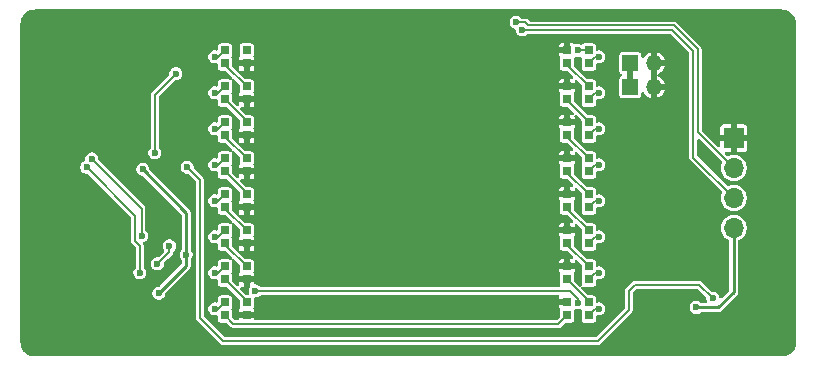
<source format=gbr>
%TF.GenerationSoftware,KiCad,Pcbnew,9.0.0*%
%TF.CreationDate,2025-03-29T11:26:47-04:00*%
%TF.ProjectId,mainboard,6d61696e-626f-4617-9264-2e6b69636164,rev?*%
%TF.SameCoordinates,Original*%
%TF.FileFunction,Copper,L2,Bot*%
%TF.FilePolarity,Positive*%
%FSLAX46Y46*%
G04 Gerber Fmt 4.6, Leading zero omitted, Abs format (unit mm)*
G04 Created by KiCad (PCBNEW 9.0.0) date 2025-03-29 11:26:47*
%MOMM*%
%LPD*%
G01*
G04 APERTURE LIST*
%TA.AperFunction,ComponentPad*%
%ADD10R,1.350000X1.350000*%
%TD*%
%TA.AperFunction,ComponentPad*%
%ADD11O,1.350000X1.350000*%
%TD*%
%TA.AperFunction,ComponentPad*%
%ADD12R,1.700000X1.700000*%
%TD*%
%TA.AperFunction,ComponentPad*%
%ADD13O,1.700000X1.700000*%
%TD*%
%TA.AperFunction,SMDPad,CuDef*%
%ADD14R,0.700000X0.700000*%
%TD*%
%TA.AperFunction,ViaPad*%
%ADD15C,0.600000*%
%TD*%
%TA.AperFunction,Conductor*%
%ADD16C,0.250000*%
%TD*%
%TA.AperFunction,Conductor*%
%ADD17C,0.150000*%
%TD*%
%TA.AperFunction,Conductor*%
%ADD18C,0.500000*%
%TD*%
%TA.AperFunction,Conductor*%
%ADD19C,0.200000*%
%TD*%
G04 APERTURE END LIST*
D10*
%TO.P,J3,1,Pin_1*%
%TO.N,+BATT*%
X204597000Y-81026000D03*
D11*
%TO.P,J3,2,Pin_2*%
%TO.N,GND*%
X206597000Y-81026000D03*
%TD*%
D12*
%TO.P,J1,1,Pin_1*%
%TO.N,GND*%
X213360000Y-87386000D03*
D13*
%TO.P,J1,2,Pin_2*%
%TO.N,SWCLK*%
X213360000Y-89926000D03*
%TO.P,J1,3,Pin_3*%
%TO.N,SWDIO*%
X213360000Y-92466000D03*
%TO.P,J1,4,Pin_4*%
%TO.N,VBUS*%
X213360000Y-95006000D03*
%TD*%
D10*
%TO.P,J2,1,Pin_1*%
%TO.N,+BATT*%
X204597000Y-83058000D03*
D11*
%TO.P,J2,2,Pin_2*%
%TO.N,GND*%
X206597000Y-83058000D03*
%TD*%
D14*
%TO.P,D32,1,DOUT*%
%TO.N,unconnected-(D32-DOUT-Pad1)*%
X172111000Y-79968000D03*
%TO.P,D32,2,VSS*%
%TO.N,GND*%
X172111000Y-81068000D03*
%TO.P,D32,3,DIN*%
%TO.N,Net-(D31-DOUT)*%
X170281000Y-81068000D03*
%TO.P,D32,4,VDD*%
%TO.N,/LEDs/LED_PWR*%
X170281000Y-79968000D03*
%TD*%
%TO.P,D21,1,DOUT*%
%TO.N,Net-(D21-DOUT)*%
X199237000Y-93260000D03*
%TO.P,D21,2,VSS*%
%TO.N,GND*%
X199237000Y-92160000D03*
%TO.P,D21,3,DIN*%
%TO.N,Net-(D20-DOUT)*%
X201067000Y-92160000D03*
%TO.P,D21,4,VDD*%
%TO.N,/LEDs/LED_PWR*%
X201067000Y-93260000D03*
%TD*%
%TO.P,D27,1,DOUT*%
%TO.N,Net-(D27-DOUT)*%
X172111000Y-95208000D03*
%TO.P,D27,2,VSS*%
%TO.N,GND*%
X172111000Y-96308000D03*
%TO.P,D27,3,DIN*%
%TO.N,Net-(D26-DOUT)*%
X170281000Y-96308000D03*
%TO.P,D27,4,VDD*%
%TO.N,/LEDs/LED_PWR*%
X170281000Y-95208000D03*
%TD*%
%TO.P,D19,1,DOUT*%
%TO.N,Net-(D19-DOUT)*%
X199237000Y-87164000D03*
%TO.P,D19,2,VSS*%
%TO.N,GND*%
X199237000Y-86064000D03*
%TO.P,D19,3,DIN*%
%TO.N,Net-(D18-DOUT)*%
X201067000Y-86064000D03*
%TO.P,D19,4,VDD*%
%TO.N,/LEDs/LED_PWR*%
X201067000Y-87164000D03*
%TD*%
%TO.P,D18,1,DOUT*%
%TO.N,Net-(D18-DOUT)*%
X199237000Y-84116000D03*
%TO.P,D18,2,VSS*%
%TO.N,GND*%
X199237000Y-83016000D03*
%TO.P,D18,3,DIN*%
%TO.N,Net-(D17-DOUT)*%
X201067000Y-83016000D03*
%TO.P,D18,4,VDD*%
%TO.N,/LEDs/LED_PWR*%
X201067000Y-84116000D03*
%TD*%
%TO.P,D17,1,DOUT*%
%TO.N,Net-(D17-DOUT)*%
X199237000Y-81068000D03*
%TO.P,D17,2,VSS*%
%TO.N,GND*%
X199237000Y-79968000D03*
%TO.P,D17,3,DIN*%
%TO.N,Net-(D16-DOUT)*%
X201067000Y-79968000D03*
%TO.P,D17,4,VDD*%
%TO.N,/LEDs/LED_PWR*%
X201067000Y-81068000D03*
%TD*%
%TO.P,D30,1,DOUT*%
%TO.N,Net-(D30-DOUT)*%
X172111000Y-86064000D03*
%TO.P,D30,2,VSS*%
%TO.N,GND*%
X172111000Y-87164000D03*
%TO.P,D30,3,DIN*%
%TO.N,Net-(D29-DOUT)*%
X170281000Y-87164000D03*
%TO.P,D30,4,VDD*%
%TO.N,/LEDs/LED_PWR*%
X170281000Y-86064000D03*
%TD*%
%TO.P,D23,1,DOUT*%
%TO.N,Net-(D23-DOUT)*%
X199237000Y-99356000D03*
%TO.P,D23,2,VSS*%
%TO.N,GND*%
X199237000Y-98256000D03*
%TO.P,D23,3,DIN*%
%TO.N,Net-(D22-DOUT)*%
X201067000Y-98256000D03*
%TO.P,D23,4,VDD*%
%TO.N,/LEDs/LED_PWR*%
X201067000Y-99356000D03*
%TD*%
%TO.P,D24,1,DOUT*%
%TO.N,Net-(D24-DOUT)*%
X199237000Y-102404000D03*
%TO.P,D24,2,VSS*%
%TO.N,GND*%
X199237000Y-101304000D03*
%TO.P,D24,3,DIN*%
%TO.N,Net-(D23-DOUT)*%
X201067000Y-101304000D03*
%TO.P,D24,4,VDD*%
%TO.N,/LEDs/LED_PWR*%
X201067000Y-102404000D03*
%TD*%
%TO.P,D31,1,DOUT*%
%TO.N,Net-(D31-DOUT)*%
X172111000Y-83016000D03*
%TO.P,D31,2,VSS*%
%TO.N,GND*%
X172111000Y-84116000D03*
%TO.P,D31,3,DIN*%
%TO.N,Net-(D30-DOUT)*%
X170281000Y-84116000D03*
%TO.P,D31,4,VDD*%
%TO.N,/LEDs/LED_PWR*%
X170281000Y-83016000D03*
%TD*%
%TO.P,D29,1,DOUT*%
%TO.N,Net-(D29-DOUT)*%
X172111000Y-89112000D03*
%TO.P,D29,2,VSS*%
%TO.N,GND*%
X172111000Y-90212000D03*
%TO.P,D29,3,DIN*%
%TO.N,Net-(D28-DOUT)*%
X170281000Y-90212000D03*
%TO.P,D29,4,VDD*%
%TO.N,/LEDs/LED_PWR*%
X170281000Y-89112000D03*
%TD*%
%TO.P,D25,1,DOUT*%
%TO.N,Net-(D25-DOUT)*%
X172111000Y-101304000D03*
%TO.P,D25,2,VSS*%
%TO.N,GND*%
X172111000Y-102404000D03*
%TO.P,D25,3,DIN*%
%TO.N,Net-(D24-DOUT)*%
X170281000Y-102404000D03*
%TO.P,D25,4,VDD*%
%TO.N,/LEDs/LED_PWR*%
X170281000Y-101304000D03*
%TD*%
%TO.P,D28,1,DOUT*%
%TO.N,Net-(D28-DOUT)*%
X172111000Y-92160000D03*
%TO.P,D28,2,VSS*%
%TO.N,GND*%
X172111000Y-93260000D03*
%TO.P,D28,3,DIN*%
%TO.N,Net-(D27-DOUT)*%
X170281000Y-93260000D03*
%TO.P,D28,4,VDD*%
%TO.N,/LEDs/LED_PWR*%
X170281000Y-92160000D03*
%TD*%
%TO.P,D26,1,DOUT*%
%TO.N,Net-(D26-DOUT)*%
X172111000Y-98256000D03*
%TO.P,D26,2,VSS*%
%TO.N,GND*%
X172111000Y-99356000D03*
%TO.P,D26,3,DIN*%
%TO.N,Net-(D25-DOUT)*%
X170281000Y-99356000D03*
%TO.P,D26,4,VDD*%
%TO.N,/LEDs/LED_PWR*%
X170281000Y-98256000D03*
%TD*%
%TO.P,D20,1,DOUT*%
%TO.N,Net-(D20-DOUT)*%
X199237000Y-90212000D03*
%TO.P,D20,2,VSS*%
%TO.N,GND*%
X199237000Y-89112000D03*
%TO.P,D20,3,DIN*%
%TO.N,Net-(D19-DOUT)*%
X201067000Y-89112000D03*
%TO.P,D20,4,VDD*%
%TO.N,/LEDs/LED_PWR*%
X201067000Y-90212000D03*
%TD*%
%TO.P,D22,1,DOUT*%
%TO.N,Net-(D22-DOUT)*%
X199237000Y-96308000D03*
%TO.P,D22,2,VSS*%
%TO.N,GND*%
X199237000Y-95208000D03*
%TO.P,D22,3,DIN*%
%TO.N,Net-(D21-DOUT)*%
X201067000Y-95208000D03*
%TO.P,D22,4,VDD*%
%TO.N,/LEDs/LED_PWR*%
X201067000Y-96308000D03*
%TD*%
D15*
%TO.N,VBUS*%
X210183001Y-101728999D03*
%TO.N,SWDIO*%
X195453000Y-78232000D03*
%TO.N,SWCLK*%
X194945000Y-77597000D03*
%TO.N,GND*%
X181889400Y-77216000D03*
X175310800Y-77190600D03*
X202666600Y-98018600D03*
X159918400Y-97739200D03*
X179120800Y-79883000D03*
X167995600Y-78892400D03*
X173355000Y-89662000D03*
X212217000Y-99822000D03*
X161772600Y-77190600D03*
X209677000Y-104902000D03*
X163982400Y-94208600D03*
X207645000Y-104013000D03*
X161569400Y-90601800D03*
X173355000Y-83566000D03*
X193929000Y-77139800D03*
X173355000Y-101854000D03*
X211175600Y-82092800D03*
X156108400Y-92430600D03*
X210312000Y-100711000D03*
X197840600Y-79933800D03*
X211023200Y-91643200D03*
X207822800Y-79019400D03*
X168579800Y-81584800D03*
X161696400Y-95656400D03*
X163271200Y-78867000D03*
X159156400Y-77978000D03*
X158191200Y-80594200D03*
X215061800Y-98069400D03*
X155981400Y-89585800D03*
X214376000Y-102997000D03*
X160197800Y-79629000D03*
X197866000Y-95758000D03*
X164719000Y-103378000D03*
X165862000Y-104927400D03*
X197866000Y-101854000D03*
X162280600Y-98221800D03*
X165785800Y-100533200D03*
X188087000Y-77165200D03*
X167233600Y-101346000D03*
X165354000Y-93599000D03*
X210185000Y-78562200D03*
X167513000Y-88290400D03*
X172034200Y-77190600D03*
X205105000Y-104013000D03*
X167055800Y-77190600D03*
X209169000Y-85013800D03*
X207822800Y-101828600D03*
X197866000Y-89662000D03*
X158724600Y-91033600D03*
X202971400Y-99872800D03*
X166243000Y-83058000D03*
X209550000Y-102997000D03*
X158851600Y-88011000D03*
X185420000Y-79857600D03*
X165658800Y-84886800D03*
X191185800Y-79857600D03*
X212725000Y-102235000D03*
X173355000Y-95758000D03*
X164515800Y-101498400D03*
X163245800Y-91363800D03*
X158775400Y-94234000D03*
X210896200Y-88671400D03*
X173380400Y-80010000D03*
X197866000Y-83566000D03*
X162331400Y-96901000D03*
%TO.N,+3V0*%
X167005000Y-97256600D03*
X164693600Y-100507800D03*
X163322000Y-90043000D03*
%TO.N,SCL*%
X159004000Y-89154000D03*
X163220400Y-95658400D03*
%TO.N,SDA*%
X163068000Y-98780600D03*
X158572200Y-89865200D03*
%TO.N,/WKUP4*%
X164338000Y-88646000D03*
X166128700Y-81927700D03*
%TO.N,BMS_Stat*%
X211582000Y-100965000D03*
X167087400Y-89846000D03*
%TO.N,Net-(U3-~{CS})*%
X165582600Y-96520000D03*
X164566600Y-98044000D03*
%TO.N,/LEDs/LED_PWR*%
X172847000Y-100330000D03*
X201930000Y-98806000D03*
X169418000Y-101854000D03*
X201930000Y-83566000D03*
X169418000Y-92710000D03*
X169418000Y-95758000D03*
X169418000Y-80518000D03*
X169418000Y-86614000D03*
X201930000Y-80518000D03*
X201930000Y-86614000D03*
X201930000Y-95758000D03*
X169418000Y-89662000D03*
X201930000Y-92710000D03*
X200152000Y-101346000D03*
X201930000Y-89662000D03*
X201930000Y-101854000D03*
X169418000Y-83566000D03*
X169418000Y-98806000D03*
%TO.N,Net-(D16-DOUT)*%
X200152000Y-79968000D03*
%TD*%
D16*
%TO.N,VBUS*%
X210183001Y-101728999D02*
X212064389Y-101728999D01*
X212064389Y-101728999D02*
X213360000Y-100433388D01*
X213360000Y-100433388D02*
X213360000Y-95006000D01*
D17*
%TO.N,SWDIO*%
X195453000Y-78232000D02*
X208153000Y-78232000D01*
X208153000Y-78232000D02*
X209931000Y-80010000D01*
X209931000Y-80010000D02*
X209931000Y-89037000D01*
X209931000Y-89037000D02*
X213360000Y-92466000D01*
%TO.N,SWCLK*%
X210312000Y-86878000D02*
X210312000Y-79883000D01*
X195707000Y-77597000D02*
X194945000Y-77597000D01*
X213360000Y-89926000D02*
X210312000Y-86878000D01*
X210312000Y-79883000D02*
X208280000Y-77851000D01*
X208280000Y-77851000D02*
X195961000Y-77851000D01*
X195961000Y-77851000D02*
X195707000Y-77597000D01*
D16*
%TO.N,+3V0*%
X167005000Y-93726000D02*
X163322000Y-90043000D01*
X167005000Y-98196400D02*
X167005000Y-97256600D01*
X167005000Y-93726000D02*
X167005000Y-97256600D01*
X164693600Y-100507800D02*
X167005000Y-98196400D01*
D17*
%TO.N,SCL*%
X163220400Y-95658400D02*
X163220400Y-93370400D01*
X163220400Y-93370400D02*
X159004000Y-89154000D01*
%TO.N,SDA*%
X163068000Y-96494600D02*
X163068000Y-98780600D01*
X162687000Y-93980000D02*
X162687000Y-96113600D01*
X162687000Y-96113600D02*
X163068000Y-96494600D01*
X158572200Y-89865200D02*
X162687000Y-93980000D01*
%TO.N,/WKUP4*%
X164338000Y-83718400D02*
X164338000Y-88646000D01*
X166128700Y-81927700D02*
X164338000Y-83718400D01*
%TO.N,BMS_Stat*%
X201828400Y-104571800D02*
X170129200Y-104571800D01*
X211582000Y-100965000D02*
X210439000Y-99822000D01*
X204978000Y-99822000D02*
X204470000Y-100330000D01*
X170129200Y-104571800D02*
X168148000Y-102590600D01*
X204470000Y-101930200D02*
X201828400Y-104571800D01*
X210439000Y-99822000D02*
X204978000Y-99822000D01*
X168148000Y-102590600D02*
X168148000Y-90906600D01*
X204470000Y-100330000D02*
X204470000Y-101930200D01*
X168148000Y-90906600D02*
X167087400Y-89846000D01*
%TO.N,Net-(U3-~{CS})*%
X165582600Y-97028000D02*
X165582600Y-96520000D01*
X164566600Y-98044000D02*
X165582600Y-97028000D01*
D18*
%TO.N,+BATT*%
X204597000Y-81026000D02*
X204597000Y-83058000D01*
D19*
%TO.N,/LEDs/LED_PWR*%
X169731000Y-80518000D02*
X170281000Y-79968000D01*
X169731000Y-98806000D02*
X170281000Y-98256000D01*
D17*
X201617000Y-86614000D02*
X201067000Y-87164000D01*
D19*
X169731000Y-89662000D02*
X170281000Y-89112000D01*
X201930000Y-101854000D02*
X201617000Y-101854000D01*
X169418000Y-101854000D02*
X169731000Y-101854000D01*
D17*
X201930000Y-89662000D02*
X201617000Y-89662000D01*
D19*
X169731000Y-83566000D02*
X170281000Y-83016000D01*
D17*
X201930000Y-86614000D02*
X201617000Y-86614000D01*
X201617000Y-95758000D02*
X201067000Y-96308000D01*
X201930000Y-92710000D02*
X201617000Y-92710000D01*
X201930000Y-83566000D02*
X201617000Y-83566000D01*
D19*
X200152000Y-101346000D02*
X200152000Y-101019000D01*
X169731000Y-95758000D02*
X170281000Y-95208000D01*
D17*
X201617000Y-83566000D02*
X201067000Y-84116000D01*
X201617000Y-89662000D02*
X201067000Y-90212000D01*
D19*
X169731000Y-101854000D02*
X170281000Y-101304000D01*
X169418000Y-86614000D02*
X169731000Y-86614000D01*
D17*
X201930000Y-95758000D02*
X201617000Y-95758000D01*
X201930000Y-80518000D02*
X201617000Y-80518000D01*
D19*
X201617000Y-101854000D02*
X201067000Y-102404000D01*
X169418000Y-83566000D02*
X169731000Y-83566000D01*
X169418000Y-80518000D02*
X169731000Y-80518000D01*
X169731000Y-86614000D02*
X170281000Y-86064000D01*
D17*
X201617000Y-80518000D02*
X201067000Y-81068000D01*
X201617000Y-92710000D02*
X201067000Y-93260000D01*
D19*
X169418000Y-89662000D02*
X169731000Y-89662000D01*
D17*
X201617000Y-98806000D02*
X201067000Y-99356000D01*
D19*
X169418000Y-92710000D02*
X169731000Y-92710000D01*
X169731000Y-92710000D02*
X170281000Y-92160000D01*
X169418000Y-95758000D02*
X169731000Y-95758000D01*
X200152000Y-101019000D02*
X199463000Y-100330000D01*
X169418000Y-98806000D02*
X169731000Y-98806000D01*
X199463000Y-100330000D02*
X172847000Y-100330000D01*
D17*
X201930000Y-98806000D02*
X201617000Y-98806000D01*
%TO.N,Net-(D16-DOUT)*%
X200152000Y-79968000D02*
X201067000Y-79968000D01*
%TO.N,Net-(D17-DOUT)*%
X199237000Y-81068000D02*
X199237000Y-81186000D01*
X199237000Y-81186000D02*
X201067000Y-83016000D01*
%TO.N,Net-(D18-DOUT)*%
X199237000Y-84175000D02*
X201067000Y-86005000D01*
X201067000Y-86005000D02*
X201067000Y-86064000D01*
X199237000Y-84116000D02*
X199237000Y-84175000D01*
%TO.N,Net-(D19-DOUT)*%
X199237000Y-87282000D02*
X201067000Y-89112000D01*
X199237000Y-87164000D02*
X199237000Y-87282000D01*
%TO.N,Net-(D20-DOUT)*%
X199237000Y-90330000D02*
X201067000Y-92160000D01*
X199237000Y-90212000D02*
X199237000Y-90330000D01*
%TO.N,Net-(D21-DOUT)*%
X199237000Y-93378000D02*
X201067000Y-95208000D01*
X199237000Y-93260000D02*
X199237000Y-93378000D01*
%TO.N,Net-(D22-DOUT)*%
X199237000Y-96426000D02*
X201067000Y-98256000D01*
X199237000Y-96308000D02*
X199237000Y-96426000D01*
%TO.N,Net-(D23-DOUT)*%
X199237000Y-99356000D02*
X201067000Y-101186000D01*
X201067000Y-101186000D02*
X201067000Y-101304000D01*
%TO.N,Net-(D24-DOUT)*%
X198517000Y-103124000D02*
X199237000Y-102404000D01*
X171001000Y-103124000D02*
X198517000Y-103124000D01*
X170281000Y-102404000D02*
X171001000Y-103124000D01*
%TO.N,Net-(D25-DOUT)*%
X172111000Y-101186000D02*
X170281000Y-99356000D01*
X172111000Y-101304000D02*
X172111000Y-101186000D01*
%TO.N,Net-(D26-DOUT)*%
X170281000Y-96308000D02*
X170281000Y-96426000D01*
X170281000Y-96426000D02*
X172111000Y-98256000D01*
%TO.N,Net-(D27-DOUT)*%
X170281000Y-93378000D02*
X172111000Y-95208000D01*
X170281000Y-93260000D02*
X170281000Y-93378000D01*
%TO.N,Net-(D28-DOUT)*%
X170281000Y-90212000D02*
X172111000Y-92042000D01*
X172111000Y-92042000D02*
X172111000Y-92160000D01*
%TO.N,Net-(D29-DOUT)*%
X170281000Y-87282000D02*
X172111000Y-89112000D01*
X170281000Y-87164000D02*
X170281000Y-87282000D01*
%TO.N,Net-(D30-DOUT)*%
X170281000Y-84116000D02*
X172111000Y-85946000D01*
X172111000Y-85946000D02*
X172111000Y-86064000D01*
%TO.N,Net-(D31-DOUT)*%
X170281000Y-81068000D02*
X170281000Y-81186000D01*
X170281000Y-81186000D02*
X172111000Y-83016000D01*
%TD*%
%TA.AperFunction,Conductor*%
%TO.N,GND*%
G36*
X206847000Y-81989486D02*
G01*
X206856814Y-82003895D01*
X206858683Y-82073740D01*
X206847000Y-82093034D01*
X206847000Y-82742314D01*
X206842606Y-82737920D01*
X206751394Y-82685259D01*
X206649661Y-82658000D01*
X206544339Y-82658000D01*
X206442606Y-82685259D01*
X206351394Y-82737920D01*
X206347000Y-82742314D01*
X206347000Y-82094514D01*
X206337186Y-82080107D01*
X206335315Y-82010262D01*
X206347000Y-81990962D01*
X206347000Y-81341686D01*
X206351394Y-81346080D01*
X206442606Y-81398741D01*
X206544339Y-81426000D01*
X206649661Y-81426000D01*
X206751394Y-81398741D01*
X206842606Y-81346080D01*
X206847000Y-81341686D01*
X206847000Y-81989486D01*
G37*
%TD.AperFunction*%
%TA.AperFunction,Conductor*%
G36*
X217428853Y-76500882D02*
G01*
X217459692Y-76503308D01*
X217605673Y-76514797D01*
X217624883Y-76517840D01*
X217792599Y-76558105D01*
X217811087Y-76564112D01*
X217970445Y-76630121D01*
X217987777Y-76638952D01*
X218134839Y-76729072D01*
X218150569Y-76740500D01*
X218281736Y-76852527D01*
X218295472Y-76866263D01*
X218407497Y-76997428D01*
X218418930Y-77013164D01*
X218509046Y-77160221D01*
X218517879Y-77177556D01*
X218583732Y-77336537D01*
X218583883Y-77336900D01*
X218589896Y-77355407D01*
X218630158Y-77523111D01*
X218633202Y-77542329D01*
X218647118Y-77719146D01*
X218647500Y-77728875D01*
X218647500Y-104643124D01*
X218647118Y-104652852D01*
X218647118Y-104652853D01*
X218633202Y-104829670D01*
X218630158Y-104848888D01*
X218589896Y-105016592D01*
X218583883Y-105035099D01*
X218517879Y-105194443D01*
X218509046Y-105211778D01*
X218418930Y-105358835D01*
X218407492Y-105374577D01*
X218295477Y-105505730D01*
X218281730Y-105519477D01*
X218154246Y-105628358D01*
X218150577Y-105631493D01*
X218134835Y-105642930D01*
X217987778Y-105733046D01*
X217970443Y-105741879D01*
X217811099Y-105807883D01*
X217792592Y-105813896D01*
X217624888Y-105854158D01*
X217605670Y-105857202D01*
X217428854Y-105871118D01*
X217419125Y-105871500D01*
X154182875Y-105871500D01*
X154173146Y-105871118D01*
X153996329Y-105857202D01*
X153977111Y-105854158D01*
X153809407Y-105813896D01*
X153790904Y-105807884D01*
X153703901Y-105771846D01*
X153631556Y-105741879D01*
X153614221Y-105733046D01*
X153467164Y-105642930D01*
X153451428Y-105631497D01*
X153320263Y-105519472D01*
X153306527Y-105505736D01*
X153194500Y-105374569D01*
X153183072Y-105358839D01*
X153092952Y-105211777D01*
X153084120Y-105194443D01*
X153018112Y-105035087D01*
X153012105Y-105016599D01*
X152971840Y-104848883D01*
X152968797Y-104829669D01*
X152954882Y-104652852D01*
X152954500Y-104643124D01*
X152954500Y-89792725D01*
X158021700Y-89792725D01*
X158021700Y-89937675D01*
X158054072Y-90058488D01*
X158059217Y-90077688D01*
X158131688Y-90203211D01*
X158131690Y-90203213D01*
X158131691Y-90203215D01*
X158234185Y-90305709D01*
X158234186Y-90305710D01*
X158234188Y-90305711D01*
X158359711Y-90378182D01*
X158359712Y-90378182D01*
X158359715Y-90378184D01*
X158499725Y-90415700D01*
X158499728Y-90415700D01*
X158611011Y-90415700D01*
X158678050Y-90435385D01*
X158698692Y-90452019D01*
X162325181Y-94078508D01*
X162358666Y-94139831D01*
X162361500Y-94166189D01*
X162361500Y-96156452D01*
X162383682Y-96239240D01*
X162402009Y-96270982D01*
X162426535Y-96313462D01*
X162426537Y-96313464D01*
X162706181Y-96593108D01*
X162739666Y-96654431D01*
X162742500Y-96680789D01*
X162742500Y-98276213D01*
X162722815Y-98343252D01*
X162706182Y-98363894D01*
X162627488Y-98442588D01*
X162555017Y-98568111D01*
X162555016Y-98568115D01*
X162517500Y-98708125D01*
X162517500Y-98853075D01*
X162551865Y-98981326D01*
X162555017Y-98993088D01*
X162627488Y-99118611D01*
X162627490Y-99118613D01*
X162627491Y-99118615D01*
X162729985Y-99221109D01*
X162729986Y-99221110D01*
X162729988Y-99221111D01*
X162855511Y-99293582D01*
X162855512Y-99293582D01*
X162855515Y-99293584D01*
X162995525Y-99331100D01*
X162995528Y-99331100D01*
X163140472Y-99331100D01*
X163140475Y-99331100D01*
X163280485Y-99293584D01*
X163406015Y-99221109D01*
X163508509Y-99118615D01*
X163580984Y-98993085D01*
X163618500Y-98853075D01*
X163618500Y-98708125D01*
X163580984Y-98568115D01*
X163574557Y-98556984D01*
X163508511Y-98442588D01*
X163508510Y-98442587D01*
X163508509Y-98442585D01*
X163429818Y-98363894D01*
X163396334Y-98302570D01*
X163393500Y-98276213D01*
X163393500Y-97971525D01*
X164016100Y-97971525D01*
X164016100Y-98116475D01*
X164024270Y-98146964D01*
X164053617Y-98256488D01*
X164126088Y-98382011D01*
X164126090Y-98382013D01*
X164126091Y-98382015D01*
X164228585Y-98484509D01*
X164228586Y-98484510D01*
X164228588Y-98484511D01*
X164354111Y-98556982D01*
X164354112Y-98556982D01*
X164354115Y-98556984D01*
X164494125Y-98594500D01*
X164494128Y-98594500D01*
X164639072Y-98594500D01*
X164639075Y-98594500D01*
X164779085Y-98556984D01*
X164904615Y-98484509D01*
X165007109Y-98382015D01*
X165079584Y-98256485D01*
X165117100Y-98116475D01*
X165117100Y-98005188D01*
X165136785Y-97938149D01*
X165153419Y-97917507D01*
X165476315Y-97594611D01*
X165843065Y-97227862D01*
X165885918Y-97153639D01*
X165908100Y-97070853D01*
X165908100Y-97024386D01*
X165927785Y-96957347D01*
X165944419Y-96936705D01*
X165972625Y-96908499D01*
X166023109Y-96858015D01*
X166095584Y-96732485D01*
X166133100Y-96592475D01*
X166133100Y-96447525D01*
X166095584Y-96307515D01*
X166094933Y-96306388D01*
X166023111Y-96181988D01*
X166023106Y-96181982D01*
X165920617Y-96079493D01*
X165920611Y-96079488D01*
X165795088Y-96007017D01*
X165795089Y-96007017D01*
X165755529Y-95996417D01*
X165655075Y-95969500D01*
X165510125Y-95969500D01*
X165409671Y-95996417D01*
X165370111Y-96007017D01*
X165244588Y-96079488D01*
X165244582Y-96079493D01*
X165142093Y-96181982D01*
X165142088Y-96181988D01*
X165069617Y-96307511D01*
X165069616Y-96307515D01*
X165032100Y-96447525D01*
X165032100Y-96592475D01*
X165061664Y-96702808D01*
X165069617Y-96732488D01*
X165146155Y-96865054D01*
X165144651Y-96865921D01*
X165166284Y-96921888D01*
X165152240Y-96990332D01*
X165130394Y-97019877D01*
X164693091Y-97457181D01*
X164631768Y-97490666D01*
X164605410Y-97493500D01*
X164494125Y-97493500D01*
X164366341Y-97527740D01*
X164354111Y-97531017D01*
X164228588Y-97603488D01*
X164228582Y-97603493D01*
X164126093Y-97705982D01*
X164126088Y-97705988D01*
X164053617Y-97831511D01*
X164052381Y-97836124D01*
X164016100Y-97971525D01*
X163393500Y-97971525D01*
X163393500Y-96451749D01*
X163393500Y-96451747D01*
X163371318Y-96368962D01*
X163361576Y-96352089D01*
X163345104Y-96284190D01*
X163367957Y-96218163D01*
X163422878Y-96174972D01*
X163429716Y-96172696D01*
X163432879Y-96171385D01*
X163432885Y-96171384D01*
X163558415Y-96098909D01*
X163660909Y-95996415D01*
X163733384Y-95870885D01*
X163770900Y-95730875D01*
X163770900Y-95585925D01*
X163733384Y-95445915D01*
X163718413Y-95419985D01*
X163660911Y-95320388D01*
X163660910Y-95320387D01*
X163660909Y-95320385D01*
X163582218Y-95241694D01*
X163548734Y-95180370D01*
X163545900Y-95154013D01*
X163545900Y-93327549D01*
X163545900Y-93327547D01*
X163523718Y-93244762D01*
X163523718Y-93244761D01*
X163480865Y-93170538D01*
X160280852Y-89970525D01*
X162771500Y-89970525D01*
X162771500Y-90115475D01*
X162809016Y-90255485D01*
X162809017Y-90255488D01*
X162881488Y-90381011D01*
X162881490Y-90381013D01*
X162881491Y-90381015D01*
X162983985Y-90483509D01*
X162983986Y-90483510D01*
X162983988Y-90483511D01*
X163109511Y-90555982D01*
X163109512Y-90555982D01*
X163109515Y-90555984D01*
X163249525Y-90593500D01*
X163290101Y-90593500D01*
X163357140Y-90613185D01*
X163377782Y-90629819D01*
X166593181Y-93845218D01*
X166626666Y-93906541D01*
X166629500Y-93932899D01*
X166629500Y-96802214D01*
X166609815Y-96869253D01*
X166593181Y-96889895D01*
X166564493Y-96918582D01*
X166564488Y-96918588D01*
X166492017Y-97044111D01*
X166492016Y-97044115D01*
X166454500Y-97184125D01*
X166454500Y-97329075D01*
X166492016Y-97469085D01*
X166492017Y-97469088D01*
X166564488Y-97594611D01*
X166564493Y-97594617D01*
X166593181Y-97623305D01*
X166626666Y-97684628D01*
X166629500Y-97710986D01*
X166629500Y-97989501D01*
X166609815Y-98056540D01*
X166593181Y-98077182D01*
X164749382Y-99920981D01*
X164688059Y-99954466D01*
X164661701Y-99957300D01*
X164621125Y-99957300D01*
X164492593Y-99991740D01*
X164481111Y-99994817D01*
X164355588Y-100067288D01*
X164355582Y-100067293D01*
X164253093Y-100169782D01*
X164253088Y-100169788D01*
X164180617Y-100295311D01*
X164180616Y-100295315D01*
X164143100Y-100435325D01*
X164143100Y-100580275D01*
X164180013Y-100718033D01*
X164180617Y-100720288D01*
X164253088Y-100845811D01*
X164253090Y-100845813D01*
X164253091Y-100845815D01*
X164355585Y-100948309D01*
X164355586Y-100948310D01*
X164355588Y-100948311D01*
X164481111Y-101020782D01*
X164481112Y-101020782D01*
X164481115Y-101020784D01*
X164621125Y-101058300D01*
X164621128Y-101058300D01*
X164766072Y-101058300D01*
X164766075Y-101058300D01*
X164906085Y-101020784D01*
X165031615Y-100948309D01*
X165134109Y-100845815D01*
X165206584Y-100720285D01*
X165244100Y-100580275D01*
X165244100Y-100539699D01*
X165263785Y-100472660D01*
X165280419Y-100452018D01*
X167305471Y-98426966D01*
X167305474Y-98426963D01*
X167309478Y-98420027D01*
X167318098Y-98405100D01*
X167354908Y-98341341D01*
X167354910Y-98341337D01*
X167374665Y-98267615D01*
X167380499Y-98245840D01*
X167380500Y-98245834D01*
X167380500Y-97710986D01*
X167400185Y-97643947D01*
X167416819Y-97623305D01*
X167420943Y-97619181D01*
X167445509Y-97594615D01*
X167517984Y-97469085D01*
X167555500Y-97329075D01*
X167555500Y-97184125D01*
X167517984Y-97044115D01*
X167506593Y-97024386D01*
X167445511Y-96918588D01*
X167445506Y-96918582D01*
X167416819Y-96889895D01*
X167383334Y-96828572D01*
X167380500Y-96802214D01*
X167380500Y-93676565D01*
X167374588Y-93654500D01*
X167354911Y-93581063D01*
X167305475Y-93495438D01*
X163908819Y-90098782D01*
X163875334Y-90037459D01*
X163872500Y-90011101D01*
X163872500Y-89970527D01*
X163872500Y-89970525D01*
X163834984Y-89830515D01*
X163802081Y-89773525D01*
X166536900Y-89773525D01*
X166536900Y-89918475D01*
X166562124Y-90012610D01*
X166574417Y-90058488D01*
X166646888Y-90184011D01*
X166646890Y-90184013D01*
X166646891Y-90184015D01*
X166749385Y-90286509D01*
X166749386Y-90286510D01*
X166749388Y-90286511D01*
X166874911Y-90358982D01*
X166874912Y-90358982D01*
X166874915Y-90358984D01*
X167014925Y-90396500D01*
X167014928Y-90396500D01*
X167126211Y-90396500D01*
X167193250Y-90416185D01*
X167213892Y-90432819D01*
X167786181Y-91005108D01*
X167819666Y-91066431D01*
X167822500Y-91092789D01*
X167822500Y-102547747D01*
X167822500Y-102633453D01*
X167833498Y-102674500D01*
X167844682Y-102716240D01*
X167859289Y-102741539D01*
X167887535Y-102790462D01*
X169929338Y-104832265D01*
X170003561Y-104875118D01*
X170086347Y-104897300D01*
X170086349Y-104897300D01*
X201871251Y-104897300D01*
X201871253Y-104897300D01*
X201954039Y-104875118D01*
X202028262Y-104832265D01*
X204659652Y-102200872D01*
X204659657Y-102200869D01*
X204669860Y-102190665D01*
X204669862Y-102190665D01*
X204730465Y-102130062D01*
X204752611Y-102091704D01*
X204773317Y-102055840D01*
X204773319Y-102055836D01*
X204777875Y-102038831D01*
X204777875Y-102038830D01*
X204780382Y-102029474D01*
X204795501Y-101973052D01*
X204795501Y-101887347D01*
X204795500Y-101887343D01*
X204795500Y-100516189D01*
X204815185Y-100449150D01*
X204831819Y-100428508D01*
X205076508Y-100183819D01*
X205137831Y-100150334D01*
X205164189Y-100147500D01*
X210252811Y-100147500D01*
X210319850Y-100167185D01*
X210340492Y-100183819D01*
X210995181Y-100838508D01*
X211028666Y-100899831D01*
X211031500Y-100926189D01*
X211031500Y-101037475D01*
X211055352Y-101126489D01*
X211069017Y-101177489D01*
X211070907Y-101182051D01*
X211078373Y-101251520D01*
X211047096Y-101313998D01*
X210987005Y-101349648D01*
X210956344Y-101353499D01*
X210637387Y-101353499D01*
X210570348Y-101333814D01*
X210549706Y-101317180D01*
X210521018Y-101288492D01*
X210521012Y-101288487D01*
X210395489Y-101216016D01*
X210395490Y-101216016D01*
X210363846Y-101207537D01*
X210255476Y-101178499D01*
X210110526Y-101178499D01*
X210002156Y-101207537D01*
X209970512Y-101216016D01*
X209844989Y-101288487D01*
X209844983Y-101288492D01*
X209742494Y-101390981D01*
X209742489Y-101390987D01*
X209670018Y-101516510D01*
X209670017Y-101516514D01*
X209632501Y-101656524D01*
X209632501Y-101801474D01*
X209670017Y-101941484D01*
X209670018Y-101941487D01*
X209742489Y-102067010D01*
X209742491Y-102067012D01*
X209742492Y-102067014D01*
X209844986Y-102169508D01*
X209844987Y-102169509D01*
X209844989Y-102169510D01*
X209970512Y-102241981D01*
X209970513Y-102241981D01*
X209970516Y-102241983D01*
X210110526Y-102279499D01*
X210110529Y-102279499D01*
X210255473Y-102279499D01*
X210255476Y-102279499D01*
X210395486Y-102241983D01*
X210521016Y-102169508D01*
X210549706Y-102140818D01*
X210611029Y-102107333D01*
X210637387Y-102104499D01*
X212113824Y-102104499D01*
X212113825Y-102104499D01*
X212161575Y-102091704D01*
X212209327Y-102078909D01*
X212294951Y-102029474D01*
X212364864Y-101959561D01*
X212364863Y-101959561D01*
X212423432Y-101900992D01*
X213660475Y-100663951D01*
X213709911Y-100578325D01*
X213735500Y-100482824D01*
X213735500Y-100383952D01*
X213735500Y-96125780D01*
X213755185Y-96058741D01*
X213803206Y-96015295D01*
X213936786Y-95947233D01*
X213936785Y-95947233D01*
X213936788Y-95947232D01*
X214076928Y-95845414D01*
X214199414Y-95722928D01*
X214301232Y-95582788D01*
X214379873Y-95428445D01*
X214433402Y-95263701D01*
X214460500Y-95092611D01*
X214460500Y-94919389D01*
X214433402Y-94748299D01*
X214379873Y-94583555D01*
X214301232Y-94429212D01*
X214199414Y-94289072D01*
X214076928Y-94166586D01*
X213936788Y-94064768D01*
X213782445Y-93986127D01*
X213617701Y-93932598D01*
X213617699Y-93932597D01*
X213617698Y-93932597D01*
X213486271Y-93911781D01*
X213446611Y-93905500D01*
X213273389Y-93905500D01*
X213233728Y-93911781D01*
X213102302Y-93932597D01*
X212937552Y-93986128D01*
X212783211Y-94064768D01*
X212714312Y-94114827D01*
X212643072Y-94166586D01*
X212643070Y-94166588D01*
X212643069Y-94166588D01*
X212520588Y-94289069D01*
X212520588Y-94289070D01*
X212520586Y-94289072D01*
X212477245Y-94348726D01*
X212418768Y-94429211D01*
X212340128Y-94583552D01*
X212286597Y-94748302D01*
X212259500Y-94919389D01*
X212259500Y-95092610D01*
X212283638Y-95245017D01*
X212286598Y-95263701D01*
X212340127Y-95428445D01*
X212418768Y-95582788D01*
X212520586Y-95722928D01*
X212643072Y-95845414D01*
X212748177Y-95921777D01*
X212783213Y-95947233D01*
X212916794Y-96015295D01*
X212967591Y-96063269D01*
X212984500Y-96125780D01*
X212984500Y-100226488D01*
X212964815Y-100293527D01*
X212948181Y-100314169D01*
X212334520Y-100927829D01*
X212273197Y-100961314D01*
X212203505Y-100956330D01*
X212147572Y-100914458D01*
X212127065Y-100872244D01*
X212094984Y-100752515D01*
X212075076Y-100718034D01*
X212022511Y-100626988D01*
X212022506Y-100626982D01*
X211920017Y-100524493D01*
X211920011Y-100524488D01*
X211794488Y-100452017D01*
X211794489Y-100452017D01*
X211783006Y-100448940D01*
X211654475Y-100414500D01*
X211543189Y-100414500D01*
X211476150Y-100394815D01*
X211455508Y-100378181D01*
X210638864Y-99561537D01*
X210638862Y-99561535D01*
X210601750Y-99540108D01*
X210564640Y-99518682D01*
X210523246Y-99507591D01*
X210481853Y-99496500D01*
X204935147Y-99496500D01*
X204852362Y-99518682D01*
X204852359Y-99518683D01*
X204787964Y-99555862D01*
X204787962Y-99555863D01*
X204778141Y-99561532D01*
X204778136Y-99561536D01*
X204209537Y-100130135D01*
X204209533Y-100130141D01*
X204166681Y-100204361D01*
X204166682Y-100204362D01*
X204144500Y-100287147D01*
X204144500Y-101744011D01*
X204124815Y-101811050D01*
X204108181Y-101831692D01*
X201729892Y-104209981D01*
X201668569Y-104243466D01*
X201642211Y-104246300D01*
X170315389Y-104246300D01*
X170248350Y-104226615D01*
X170227708Y-104209981D01*
X168509819Y-102492092D01*
X168476334Y-102430769D01*
X168473500Y-102404411D01*
X168473500Y-92637525D01*
X168867500Y-92637525D01*
X168867500Y-92782475D01*
X168905016Y-92922485D01*
X168905017Y-92922488D01*
X168977488Y-93048011D01*
X168977490Y-93048013D01*
X168977491Y-93048015D01*
X169079985Y-93150509D01*
X169079986Y-93150510D01*
X169079988Y-93150511D01*
X169205511Y-93222982D01*
X169205512Y-93222982D01*
X169205515Y-93222984D01*
X169345525Y-93260500D01*
X169345528Y-93260500D01*
X169490473Y-93260500D01*
X169490475Y-93260500D01*
X169524406Y-93251408D01*
X169594255Y-93253069D01*
X169652118Y-93292231D01*
X169679623Y-93356459D01*
X169680500Y-93371182D01*
X169680500Y-93634678D01*
X169695032Y-93707735D01*
X169695033Y-93707739D01*
X169695034Y-93707740D01*
X169750399Y-93790601D01*
X169832141Y-93845218D01*
X169833260Y-93845966D01*
X169833264Y-93845967D01*
X169906321Y-93860499D01*
X169906324Y-93860500D01*
X169906326Y-93860500D01*
X170251811Y-93860500D01*
X170318850Y-93880185D01*
X170339492Y-93896819D01*
X170861468Y-94418795D01*
X170894953Y-94480118D01*
X170889969Y-94549810D01*
X170848097Y-94605743D01*
X170782633Y-94630160D01*
X170740920Y-94623400D01*
X170740719Y-94624416D01*
X170655677Y-94607500D01*
X170655674Y-94607500D01*
X169906326Y-94607500D01*
X169906323Y-94607500D01*
X169833264Y-94622032D01*
X169833260Y-94622033D01*
X169750399Y-94677399D01*
X169695033Y-94760260D01*
X169695032Y-94760264D01*
X169680500Y-94833321D01*
X169680500Y-95096817D01*
X169660815Y-95163856D01*
X169608011Y-95209611D01*
X169538853Y-95219555D01*
X169524408Y-95216592D01*
X169490476Y-95207500D01*
X169490475Y-95207500D01*
X169345525Y-95207500D01*
X169217913Y-95241694D01*
X169205511Y-95245017D01*
X169079988Y-95317488D01*
X169079982Y-95317493D01*
X168977493Y-95419982D01*
X168977488Y-95419988D01*
X168905017Y-95545511D01*
X168905016Y-95545515D01*
X168867500Y-95685525D01*
X168867500Y-95830475D01*
X168898786Y-95947233D01*
X168905017Y-95970488D01*
X168977488Y-96096011D01*
X168977490Y-96096013D01*
X168977491Y-96096015D01*
X169079985Y-96198509D01*
X169079986Y-96198510D01*
X169079988Y-96198511D01*
X169205511Y-96270982D01*
X169205512Y-96270982D01*
X169205515Y-96270984D01*
X169345525Y-96308500D01*
X169345528Y-96308500D01*
X169490473Y-96308500D01*
X169490475Y-96308500D01*
X169524406Y-96299408D01*
X169594255Y-96301069D01*
X169652118Y-96340231D01*
X169679623Y-96404459D01*
X169680500Y-96419182D01*
X169680500Y-96682678D01*
X169695032Y-96755735D01*
X169695033Y-96755739D01*
X169695034Y-96755740D01*
X169750399Y-96838601D01*
X169796274Y-96869253D01*
X169833260Y-96893966D01*
X169833264Y-96893967D01*
X169906321Y-96908499D01*
X169906324Y-96908500D01*
X169906326Y-96908500D01*
X170251811Y-96908500D01*
X170318850Y-96928185D01*
X170339492Y-96944819D01*
X170861468Y-97466795D01*
X170894953Y-97528118D01*
X170889969Y-97597810D01*
X170848097Y-97653743D01*
X170782633Y-97678160D01*
X170740920Y-97671400D01*
X170740719Y-97672416D01*
X170655677Y-97655500D01*
X170655674Y-97655500D01*
X169906326Y-97655500D01*
X169906323Y-97655500D01*
X169833264Y-97670032D01*
X169833260Y-97670033D01*
X169750399Y-97725399D01*
X169695033Y-97808260D01*
X169695032Y-97808264D01*
X169680500Y-97881321D01*
X169680500Y-98144817D01*
X169660815Y-98211856D01*
X169608011Y-98257611D01*
X169538853Y-98267555D01*
X169524408Y-98264592D01*
X169490476Y-98255500D01*
X169490475Y-98255500D01*
X169345525Y-98255500D01*
X169216993Y-98289940D01*
X169205511Y-98293017D01*
X169079988Y-98365488D01*
X169079982Y-98365493D01*
X168977493Y-98467982D01*
X168977488Y-98467988D01*
X168905017Y-98593511D01*
X168905016Y-98593515D01*
X168867500Y-98733525D01*
X168867500Y-98878475D01*
X168898210Y-98993085D01*
X168905017Y-99018488D01*
X168977488Y-99144011D01*
X168977490Y-99144013D01*
X168977491Y-99144015D01*
X169079985Y-99246509D01*
X169079986Y-99246510D01*
X169079988Y-99246511D01*
X169205511Y-99318982D01*
X169205512Y-99318982D01*
X169205515Y-99318984D01*
X169345525Y-99356500D01*
X169345528Y-99356500D01*
X169490473Y-99356500D01*
X169490475Y-99356500D01*
X169524406Y-99347408D01*
X169594255Y-99349069D01*
X169652118Y-99388231D01*
X169679623Y-99452459D01*
X169680500Y-99467182D01*
X169680500Y-99730678D01*
X169695032Y-99803735D01*
X169695033Y-99803739D01*
X169703905Y-99817017D01*
X169750399Y-99886601D01*
X169820265Y-99933283D01*
X169833260Y-99941966D01*
X169833264Y-99941967D01*
X169906321Y-99956499D01*
X169906324Y-99956500D01*
X169906326Y-99956500D01*
X170369811Y-99956500D01*
X170436850Y-99976185D01*
X170457492Y-99992819D01*
X171474181Y-101009507D01*
X171507666Y-101070830D01*
X171510500Y-101097188D01*
X171510500Y-101678674D01*
X171510500Y-101678676D01*
X171510499Y-101678676D01*
X171525034Y-101751743D01*
X171526856Y-101756142D01*
X171534322Y-101825611D01*
X171514597Y-101873660D01*
X171509213Y-101881519D01*
X171463910Y-101984122D01*
X171463910Y-101984124D01*
X171461000Y-102009205D01*
X171461000Y-102154000D01*
X172760999Y-102154000D01*
X172760999Y-102009214D01*
X172760997Y-102009191D01*
X172758091Y-101984130D01*
X172758090Y-101984126D01*
X172712788Y-101881523D01*
X172707409Y-101873672D01*
X172685759Y-101807241D01*
X172695147Y-101756130D01*
X172696962Y-101751745D01*
X172696966Y-101751740D01*
X172711500Y-101678674D01*
X172711500Y-101004500D01*
X172731185Y-100937461D01*
X172783989Y-100891706D01*
X172835500Y-100880500D01*
X172919472Y-100880500D01*
X172919475Y-100880500D01*
X173059485Y-100842984D01*
X173185015Y-100770509D01*
X173238705Y-100716819D01*
X173300028Y-100683334D01*
X173326386Y-100680500D01*
X198489518Y-100680500D01*
X198556557Y-100700185D01*
X198602312Y-100752989D01*
X198612256Y-100822147D01*
X198602952Y-100854586D01*
X198589911Y-100884120D01*
X198589910Y-100884124D01*
X198587000Y-100909205D01*
X198587000Y-101054000D01*
X199113000Y-101054000D01*
X199180039Y-101073685D01*
X199225794Y-101126489D01*
X199237000Y-101178000D01*
X199237000Y-101430000D01*
X199217315Y-101497039D01*
X199164511Y-101542794D01*
X199113000Y-101554000D01*
X198587001Y-101554000D01*
X198587001Y-101698785D01*
X198587002Y-101698808D01*
X198589908Y-101723869D01*
X198589909Y-101723873D01*
X198635212Y-101826477D01*
X198640593Y-101834332D01*
X198662240Y-101900764D01*
X198652856Y-101951861D01*
X198651033Y-101956261D01*
X198636500Y-102029323D01*
X198636500Y-102492811D01*
X198616815Y-102559850D01*
X198600181Y-102580492D01*
X198418492Y-102762181D01*
X198357169Y-102795666D01*
X198330811Y-102798500D01*
X172885000Y-102798500D01*
X172817961Y-102778815D01*
X172772206Y-102726011D01*
X172761000Y-102674500D01*
X172761000Y-102654000D01*
X171461001Y-102654000D01*
X171461001Y-102674500D01*
X171458450Y-102683185D01*
X171459739Y-102692147D01*
X171448760Y-102716187D01*
X171441316Y-102741539D01*
X171434475Y-102747466D01*
X171430714Y-102755703D01*
X171408479Y-102769992D01*
X171388512Y-102787294D01*
X171377997Y-102789581D01*
X171371936Y-102793477D01*
X171337001Y-102798500D01*
X171187188Y-102798500D01*
X171120149Y-102778815D01*
X171099507Y-102762181D01*
X170917819Y-102580492D01*
X170884334Y-102519169D01*
X170881500Y-102492811D01*
X170881500Y-102029323D01*
X170881499Y-102029321D01*
X170866967Y-101956264D01*
X170866967Y-101956262D01*
X170866966Y-101956260D01*
X170844667Y-101922887D01*
X170823791Y-101856214D01*
X170842275Y-101788834D01*
X170844628Y-101785170D01*
X170866966Y-101751740D01*
X170881500Y-101678674D01*
X170881500Y-100929326D01*
X170881500Y-100929323D01*
X170881499Y-100929321D01*
X170866967Y-100856264D01*
X170866966Y-100856260D01*
X170858094Y-100842982D01*
X170811601Y-100773399D01*
X170756235Y-100736405D01*
X170728739Y-100718033D01*
X170728735Y-100718032D01*
X170655677Y-100703500D01*
X170655674Y-100703500D01*
X169906326Y-100703500D01*
X169906323Y-100703500D01*
X169833264Y-100718032D01*
X169833260Y-100718033D01*
X169750399Y-100773399D01*
X169695033Y-100856260D01*
X169695032Y-100856264D01*
X169680500Y-100929321D01*
X169680500Y-101192817D01*
X169660815Y-101259856D01*
X169608011Y-101305611D01*
X169538853Y-101315555D01*
X169524408Y-101312592D01*
X169490476Y-101303500D01*
X169490475Y-101303500D01*
X169345525Y-101303500D01*
X169232393Y-101333814D01*
X169205511Y-101341017D01*
X169079988Y-101413488D01*
X169079982Y-101413493D01*
X168977493Y-101515982D01*
X168977488Y-101515988D01*
X168905017Y-101641511D01*
X168905016Y-101641515D01*
X168867500Y-101781525D01*
X168867500Y-101926475D01*
X168895099Y-102029473D01*
X168905017Y-102066488D01*
X168977488Y-102192011D01*
X168977490Y-102192013D01*
X168977491Y-102192015D01*
X169079985Y-102294509D01*
X169079986Y-102294510D01*
X169079988Y-102294511D01*
X169205511Y-102366982D01*
X169205512Y-102366982D01*
X169205515Y-102366984D01*
X169345525Y-102404500D01*
X169345528Y-102404500D01*
X169490473Y-102404500D01*
X169490475Y-102404500D01*
X169524406Y-102395408D01*
X169594255Y-102397069D01*
X169652118Y-102436231D01*
X169679623Y-102500459D01*
X169680500Y-102515182D01*
X169680500Y-102778678D01*
X169695032Y-102851735D01*
X169695033Y-102851739D01*
X169695034Y-102851740D01*
X169750399Y-102934601D01*
X169833260Y-102989966D01*
X169833264Y-102989967D01*
X169906321Y-103004499D01*
X169906324Y-103004500D01*
X169906326Y-103004500D01*
X170369812Y-103004500D01*
X170436851Y-103024185D01*
X170457493Y-103040819D01*
X170740533Y-103323859D01*
X170740535Y-103323862D01*
X170801138Y-103384465D01*
X170838250Y-103405891D01*
X170847370Y-103411157D01*
X170847373Y-103411159D01*
X170875358Y-103427317D01*
X170875360Y-103427317D01*
X170875361Y-103427318D01*
X170958147Y-103449501D01*
X170958149Y-103449501D01*
X171051449Y-103449501D01*
X171051465Y-103449500D01*
X198559851Y-103449500D01*
X198559853Y-103449500D01*
X198642639Y-103427318D01*
X198716862Y-103384465D01*
X199060508Y-103040819D01*
X199121831Y-103007334D01*
X199148189Y-103004500D01*
X199611676Y-103004500D01*
X199611677Y-103004499D01*
X199684740Y-102989966D01*
X199767601Y-102934601D01*
X199822966Y-102851740D01*
X199837500Y-102778674D01*
X199837500Y-102029326D01*
X199837500Y-102029323D01*
X199834869Y-102016097D01*
X199841096Y-101946505D01*
X199883959Y-101891328D01*
X199949848Y-101868083D01*
X199988573Y-101872129D01*
X200079525Y-101896500D01*
X200079528Y-101896500D01*
X200224471Y-101896500D01*
X200224475Y-101896500D01*
X200315423Y-101872130D01*
X200385268Y-101873793D01*
X200443131Y-101912955D01*
X200470636Y-101977183D01*
X200469131Y-102016091D01*
X200466500Y-102029318D01*
X200466500Y-102778678D01*
X200481032Y-102851735D01*
X200481033Y-102851739D01*
X200481034Y-102851740D01*
X200536399Y-102934601D01*
X200619260Y-102989966D01*
X200619264Y-102989967D01*
X200692321Y-103004499D01*
X200692324Y-103004500D01*
X200692326Y-103004500D01*
X201441676Y-103004500D01*
X201441677Y-103004499D01*
X201514740Y-102989966D01*
X201597601Y-102934601D01*
X201652966Y-102851740D01*
X201667500Y-102778674D01*
X201667500Y-102515182D01*
X201687185Y-102448143D01*
X201739989Y-102402388D01*
X201809147Y-102392444D01*
X201823588Y-102395406D01*
X201857525Y-102404500D01*
X201857527Y-102404500D01*
X202002472Y-102404500D01*
X202002475Y-102404500D01*
X202142485Y-102366984D01*
X202268015Y-102294509D01*
X202370509Y-102192015D01*
X202442984Y-102066485D01*
X202480500Y-101926475D01*
X202480500Y-101781525D01*
X202442984Y-101641515D01*
X202395046Y-101558485D01*
X202370511Y-101515988D01*
X202370506Y-101515982D01*
X202268017Y-101413493D01*
X202268011Y-101413488D01*
X202142488Y-101341017D01*
X202142489Y-101341017D01*
X202115607Y-101333814D01*
X202002475Y-101303500D01*
X201857525Y-101303500D01*
X201857523Y-101303500D01*
X201823592Y-101312592D01*
X201753742Y-101310929D01*
X201695880Y-101271766D01*
X201668377Y-101207537D01*
X201667500Y-101192817D01*
X201667500Y-100929323D01*
X201667499Y-100929321D01*
X201652967Y-100856264D01*
X201652966Y-100856260D01*
X201644094Y-100842982D01*
X201597601Y-100773399D01*
X201542235Y-100736405D01*
X201514739Y-100718033D01*
X201514735Y-100718032D01*
X201441677Y-100703500D01*
X201441674Y-100703500D01*
X201096188Y-100703500D01*
X201029149Y-100683815D01*
X201008507Y-100667181D01*
X200486530Y-100145204D01*
X200453045Y-100083881D01*
X200458029Y-100014189D01*
X200499901Y-99958256D01*
X200565365Y-99933839D01*
X200607079Y-99940599D01*
X200607281Y-99939584D01*
X200692321Y-99956499D01*
X200692324Y-99956500D01*
X200692326Y-99956500D01*
X201441676Y-99956500D01*
X201441677Y-99956499D01*
X201514740Y-99941966D01*
X201597601Y-99886601D01*
X201652966Y-99803740D01*
X201667500Y-99730674D01*
X201667500Y-99467182D01*
X201687185Y-99400143D01*
X201739989Y-99354388D01*
X201809147Y-99344444D01*
X201823588Y-99347406D01*
X201857525Y-99356500D01*
X201857527Y-99356500D01*
X202002472Y-99356500D01*
X202002475Y-99356500D01*
X202142485Y-99318984D01*
X202268015Y-99246509D01*
X202370509Y-99144015D01*
X202442984Y-99018485D01*
X202480500Y-98878475D01*
X202480500Y-98733525D01*
X202442984Y-98593515D01*
X202428319Y-98568115D01*
X202370511Y-98467988D01*
X202370506Y-98467982D01*
X202268017Y-98365493D01*
X202268011Y-98365488D01*
X202142488Y-98293017D01*
X202142489Y-98293017D01*
X202131006Y-98289940D01*
X202002475Y-98255500D01*
X201857525Y-98255500D01*
X201857523Y-98255500D01*
X201823592Y-98264592D01*
X201753742Y-98262929D01*
X201695880Y-98223766D01*
X201668377Y-98159537D01*
X201667500Y-98144817D01*
X201667500Y-97881323D01*
X201667499Y-97881321D01*
X201652967Y-97808264D01*
X201652966Y-97808260D01*
X201611097Y-97745598D01*
X201597601Y-97725399D01*
X201536582Y-97684628D01*
X201514739Y-97670033D01*
X201514735Y-97670032D01*
X201441677Y-97655500D01*
X201441674Y-97655500D01*
X200978188Y-97655500D01*
X200911149Y-97635815D01*
X200890507Y-97619181D01*
X199873819Y-96602492D01*
X199840334Y-96541169D01*
X199837500Y-96514811D01*
X199837500Y-95933323D01*
X199825079Y-95870885D01*
X199822966Y-95860260D01*
X199822963Y-95860256D01*
X199821146Y-95855867D01*
X199813674Y-95786398D01*
X199833406Y-95738332D01*
X199838788Y-95730474D01*
X199884088Y-95627879D01*
X199884089Y-95627875D01*
X199886999Y-95602794D01*
X199887000Y-95602791D01*
X199887000Y-95458000D01*
X198587001Y-95458000D01*
X198587001Y-95602785D01*
X198587002Y-95602808D01*
X198589908Y-95627869D01*
X198589909Y-95627873D01*
X198635212Y-95730477D01*
X198640593Y-95738332D01*
X198662240Y-95804764D01*
X198652856Y-95855861D01*
X198651033Y-95860261D01*
X198636500Y-95933323D01*
X198636500Y-96682678D01*
X198651032Y-96755735D01*
X198651033Y-96755739D01*
X198651034Y-96755740D01*
X198706399Y-96838601D01*
X198752274Y-96869253D01*
X198789260Y-96893966D01*
X198789264Y-96893967D01*
X198862321Y-96908499D01*
X198862324Y-96908500D01*
X198862326Y-96908500D01*
X199207811Y-96908500D01*
X199274850Y-96928185D01*
X199295492Y-96944819D01*
X199747400Y-97396727D01*
X199780885Y-97458049D01*
X199775901Y-97527740D01*
X199734030Y-97583674D01*
X199668565Y-97608091D01*
X199645434Y-97607581D01*
X199631812Y-97606001D01*
X199631792Y-97606000D01*
X199487000Y-97606000D01*
X199487000Y-98006000D01*
X199886999Y-98006000D01*
X199886999Y-97861214D01*
X199886997Y-97861196D01*
X199885417Y-97847566D01*
X199897246Y-97778705D01*
X199944427Y-97727171D01*
X200011979Y-97709325D01*
X200078456Y-97730834D01*
X200096272Y-97745598D01*
X200430181Y-98079507D01*
X200463666Y-98140830D01*
X200466500Y-98167188D01*
X200466500Y-98630678D01*
X200481032Y-98703735D01*
X200481033Y-98703739D01*
X200481034Y-98703740D01*
X200503329Y-98737108D01*
X200503331Y-98737110D01*
X200524208Y-98803788D01*
X200505723Y-98871168D01*
X200503337Y-98874879D01*
X200500937Y-98878472D01*
X200481033Y-98908260D01*
X200481032Y-98908264D01*
X200466500Y-98981321D01*
X200466500Y-99730678D01*
X200483416Y-99815719D01*
X200481621Y-99816075D01*
X200487506Y-99870803D01*
X200456231Y-99933283D01*
X200396142Y-99968935D01*
X200326317Y-99966442D01*
X200277795Y-99936468D01*
X199873819Y-99532492D01*
X199840334Y-99471169D01*
X199837500Y-99444811D01*
X199837500Y-98981323D01*
X199828508Y-98936122D01*
X199822966Y-98908260D01*
X199822963Y-98908256D01*
X199821146Y-98903867D01*
X199813674Y-98834398D01*
X199833406Y-98786332D01*
X199838788Y-98778474D01*
X199884088Y-98675879D01*
X199884089Y-98675875D01*
X199886999Y-98650794D01*
X199887000Y-98650791D01*
X199887000Y-98506000D01*
X198587001Y-98506000D01*
X198587001Y-98650785D01*
X198587002Y-98650808D01*
X198589908Y-98675869D01*
X198589909Y-98675873D01*
X198635212Y-98778477D01*
X198640593Y-98786332D01*
X198662240Y-98852764D01*
X198652856Y-98903861D01*
X198651033Y-98908261D01*
X198636500Y-98981323D01*
X198636500Y-99730678D01*
X198651032Y-99803737D01*
X198652817Y-99808045D01*
X198660287Y-99877514D01*
X198629014Y-99939994D01*
X198568926Y-99975648D01*
X198538257Y-99979500D01*
X173326386Y-99979500D01*
X173259347Y-99959815D01*
X173238705Y-99943181D01*
X173185017Y-99889493D01*
X173185011Y-99889488D01*
X173059488Y-99817017D01*
X173059489Y-99817017D01*
X173026005Y-99808045D01*
X172919475Y-99779500D01*
X172885000Y-99779500D01*
X172817961Y-99759815D01*
X172772206Y-99707011D01*
X172761000Y-99655500D01*
X172761000Y-99606000D01*
X172361000Y-99606000D01*
X172361000Y-100037551D01*
X172344388Y-100099549D01*
X172334018Y-100117510D01*
X172334016Y-100117513D01*
X172325981Y-100147500D01*
X172296500Y-100257525D01*
X172296500Y-100402475D01*
X172334016Y-100542485D01*
X172335335Y-100547406D01*
X172334739Y-100572401D01*
X172338298Y-100597147D01*
X172333922Y-100606727D01*
X172333672Y-100617256D01*
X172319659Y-100637960D01*
X172309273Y-100660703D01*
X172300413Y-100666396D01*
X172294510Y-100675119D01*
X172271526Y-100684960D01*
X172250495Y-100698477D01*
X172234639Y-100700756D01*
X172230281Y-100702623D01*
X172215560Y-100703500D01*
X172140188Y-100703500D01*
X172073149Y-100683815D01*
X172052507Y-100667181D01*
X171600599Y-100215273D01*
X171567114Y-100153950D01*
X171572098Y-100084258D01*
X171613970Y-100028325D01*
X171679434Y-100003908D01*
X171702572Y-100004418D01*
X171716206Y-100005999D01*
X171860999Y-100005999D01*
X171861000Y-100005998D01*
X171861000Y-99606000D01*
X171461001Y-99606000D01*
X171461001Y-99750800D01*
X171462583Y-99764438D01*
X171450750Y-99833298D01*
X171403567Y-99884830D01*
X171336014Y-99902673D01*
X171269539Y-99881161D01*
X171251727Y-99866400D01*
X170917819Y-99532492D01*
X170884334Y-99471169D01*
X170881500Y-99444811D01*
X170881500Y-98981323D01*
X170881499Y-98981321D01*
X170866967Y-98908264D01*
X170866967Y-98908262D01*
X170866966Y-98908260D01*
X170844667Y-98874887D01*
X170823791Y-98808214D01*
X170842275Y-98740834D01*
X170844628Y-98737170D01*
X170866966Y-98703740D01*
X170881500Y-98630674D01*
X170881500Y-97881326D01*
X170881500Y-97881323D01*
X170881499Y-97881321D01*
X170864584Y-97796281D01*
X170866377Y-97795924D01*
X170860493Y-97741197D01*
X170891766Y-97678717D01*
X170951855Y-97643063D01*
X171021680Y-97645556D01*
X171070204Y-97675530D01*
X171474181Y-98079507D01*
X171507666Y-98140830D01*
X171510500Y-98167188D01*
X171510500Y-98630674D01*
X171510500Y-98630676D01*
X171510499Y-98630676D01*
X171525034Y-98703743D01*
X171526856Y-98708142D01*
X171534322Y-98777611D01*
X171514597Y-98825660D01*
X171509213Y-98833519D01*
X171463910Y-98936122D01*
X171463910Y-98936124D01*
X171461000Y-98961205D01*
X171461000Y-99106000D01*
X172760999Y-99106000D01*
X172760999Y-98961214D01*
X172760997Y-98961191D01*
X172758091Y-98936130D01*
X172758090Y-98936126D01*
X172712788Y-98833523D01*
X172707409Y-98825672D01*
X172685759Y-98759241D01*
X172695147Y-98708130D01*
X172696962Y-98703745D01*
X172696966Y-98703740D01*
X172711500Y-98630674D01*
X172711500Y-97881326D01*
X172711500Y-97881323D01*
X172707498Y-97861205D01*
X198587000Y-97861205D01*
X198587000Y-98006000D01*
X198987000Y-98006000D01*
X198987000Y-97606000D01*
X198842214Y-97606000D01*
X198842191Y-97606002D01*
X198817130Y-97608908D01*
X198817126Y-97608909D01*
X198714525Y-97654211D01*
X198714520Y-97654214D01*
X198635214Y-97733520D01*
X198635211Y-97733525D01*
X198589910Y-97836122D01*
X198589910Y-97836124D01*
X198587000Y-97861205D01*
X172707498Y-97861205D01*
X172696967Y-97808264D01*
X172696966Y-97808260D01*
X172655097Y-97745598D01*
X172641601Y-97725399D01*
X172580582Y-97684628D01*
X172558739Y-97670033D01*
X172558735Y-97670032D01*
X172485677Y-97655500D01*
X172485674Y-97655500D01*
X172022188Y-97655500D01*
X171955149Y-97635815D01*
X171934507Y-97619181D01*
X171018112Y-96702785D01*
X171461001Y-96702785D01*
X171461002Y-96702808D01*
X171463908Y-96727869D01*
X171463909Y-96727873D01*
X171509211Y-96830474D01*
X171509214Y-96830479D01*
X171588520Y-96909785D01*
X171588525Y-96909788D01*
X171691123Y-96955089D01*
X171716206Y-96957999D01*
X171860999Y-96957999D01*
X172361000Y-96957999D01*
X172505786Y-96957999D01*
X172505808Y-96957997D01*
X172530869Y-96955091D01*
X172530873Y-96955090D01*
X172633474Y-96909788D01*
X172633479Y-96909785D01*
X172712785Y-96830479D01*
X172712788Y-96830474D01*
X172758089Y-96727877D01*
X172758089Y-96727875D01*
X172760999Y-96702794D01*
X172761000Y-96702791D01*
X172761000Y-96558000D01*
X172361000Y-96558000D01*
X172361000Y-96957999D01*
X171860999Y-96957999D01*
X171861000Y-96957998D01*
X171861000Y-96558000D01*
X171461001Y-96558000D01*
X171461001Y-96702785D01*
X171018112Y-96702785D01*
X170917819Y-96602492D01*
X170903115Y-96575564D01*
X170886523Y-96549746D01*
X170885631Y-96543545D01*
X170884334Y-96541169D01*
X170881500Y-96514811D01*
X170881500Y-95933323D01*
X170881499Y-95933321D01*
X170866967Y-95860264D01*
X170866967Y-95860262D01*
X170866966Y-95860260D01*
X170844667Y-95826887D01*
X170823791Y-95760214D01*
X170842275Y-95692834D01*
X170844628Y-95689170D01*
X170866966Y-95655740D01*
X170881500Y-95582674D01*
X170881500Y-94833326D01*
X170881500Y-94833323D01*
X170881499Y-94833321D01*
X170864584Y-94748281D01*
X170866377Y-94747924D01*
X170860493Y-94693197D01*
X170891766Y-94630717D01*
X170951855Y-94595063D01*
X171021680Y-94597556D01*
X171070204Y-94627530D01*
X171474181Y-95031507D01*
X171507666Y-95092830D01*
X171510500Y-95119188D01*
X171510500Y-95582674D01*
X171510500Y-95582676D01*
X171510499Y-95582676D01*
X171525034Y-95655743D01*
X171526856Y-95660142D01*
X171534322Y-95729611D01*
X171514597Y-95777660D01*
X171509213Y-95785519D01*
X171463910Y-95888122D01*
X171463910Y-95888124D01*
X171461000Y-95913205D01*
X171461000Y-96058000D01*
X172760999Y-96058000D01*
X172760999Y-95913214D01*
X172760997Y-95913191D01*
X172758091Y-95888130D01*
X172758090Y-95888126D01*
X172712788Y-95785523D01*
X172707409Y-95777672D01*
X172685759Y-95711241D01*
X172695147Y-95660130D01*
X172696962Y-95655745D01*
X172696966Y-95655740D01*
X172711500Y-95582674D01*
X172711500Y-94833326D01*
X172711500Y-94833323D01*
X172707498Y-94813205D01*
X198587000Y-94813205D01*
X198587000Y-94958000D01*
X198987000Y-94958000D01*
X198987000Y-94558000D01*
X198842214Y-94558000D01*
X198842191Y-94558002D01*
X198817130Y-94560908D01*
X198817126Y-94560909D01*
X198714525Y-94606211D01*
X198714520Y-94606214D01*
X198635214Y-94685520D01*
X198635211Y-94685525D01*
X198589910Y-94788122D01*
X198589910Y-94788124D01*
X198587000Y-94813205D01*
X172707498Y-94813205D01*
X172696967Y-94760264D01*
X172696966Y-94760260D01*
X172655097Y-94697598D01*
X172641601Y-94677399D01*
X172586235Y-94640405D01*
X172558739Y-94622033D01*
X172558735Y-94622032D01*
X172485677Y-94607500D01*
X172485674Y-94607500D01*
X172022188Y-94607500D01*
X171955149Y-94587815D01*
X171934507Y-94571181D01*
X171018112Y-93654785D01*
X171461001Y-93654785D01*
X171461002Y-93654808D01*
X171463908Y-93679869D01*
X171463909Y-93679873D01*
X171509211Y-93782474D01*
X171509214Y-93782479D01*
X171588520Y-93861785D01*
X171588525Y-93861788D01*
X171691123Y-93907089D01*
X171716206Y-93909999D01*
X171860999Y-93909999D01*
X172361000Y-93909999D01*
X172505786Y-93909999D01*
X172505808Y-93909997D01*
X172530869Y-93907091D01*
X172530873Y-93907090D01*
X172633474Y-93861788D01*
X172633479Y-93861785D01*
X172712785Y-93782479D01*
X172712788Y-93782474D01*
X172758089Y-93679877D01*
X172758089Y-93679875D01*
X172760999Y-93654794D01*
X172761000Y-93654791D01*
X172761000Y-93510000D01*
X172361000Y-93510000D01*
X172361000Y-93909999D01*
X171860999Y-93909999D01*
X171861000Y-93909998D01*
X171861000Y-93510000D01*
X171461001Y-93510000D01*
X171461001Y-93654785D01*
X171018112Y-93654785D01*
X170917819Y-93554492D01*
X170903115Y-93527564D01*
X170886523Y-93501746D01*
X170885631Y-93495545D01*
X170884334Y-93493169D01*
X170881500Y-93466811D01*
X170881500Y-92885323D01*
X170881499Y-92885321D01*
X170866967Y-92812264D01*
X170866967Y-92812262D01*
X170866966Y-92812260D01*
X170844667Y-92778887D01*
X170823791Y-92712214D01*
X170842275Y-92644834D01*
X170844628Y-92641170D01*
X170866966Y-92607740D01*
X170881500Y-92534674D01*
X170881500Y-91785326D01*
X170881500Y-91785323D01*
X170881499Y-91785321D01*
X170866967Y-91712264D01*
X170866966Y-91712260D01*
X170825097Y-91649598D01*
X170811601Y-91629399D01*
X170728740Y-91574034D01*
X170728739Y-91574033D01*
X170728735Y-91574032D01*
X170655677Y-91559500D01*
X170655674Y-91559500D01*
X169906326Y-91559500D01*
X169906323Y-91559500D01*
X169833264Y-91574032D01*
X169833260Y-91574033D01*
X169750399Y-91629399D01*
X169695033Y-91712260D01*
X169695032Y-91712264D01*
X169680500Y-91785321D01*
X169680500Y-92048817D01*
X169660815Y-92115856D01*
X169608011Y-92161611D01*
X169538853Y-92171555D01*
X169524408Y-92168592D01*
X169490476Y-92159500D01*
X169490475Y-92159500D01*
X169345525Y-92159500D01*
X169216993Y-92193940D01*
X169205511Y-92197017D01*
X169079988Y-92269488D01*
X169079982Y-92269493D01*
X168977493Y-92371982D01*
X168977488Y-92371988D01*
X168905017Y-92497511D01*
X168905016Y-92497515D01*
X168867500Y-92637525D01*
X168473500Y-92637525D01*
X168473500Y-90863749D01*
X168473500Y-90863747D01*
X168451318Y-90780962D01*
X168451318Y-90780961D01*
X168408465Y-90706738D01*
X167674219Y-89972492D01*
X167640734Y-89911169D01*
X167637900Y-89884811D01*
X167637900Y-89773527D01*
X167637900Y-89773525D01*
X167600384Y-89633515D01*
X167589833Y-89615241D01*
X167527911Y-89507988D01*
X167527906Y-89507982D01*
X167425417Y-89405493D01*
X167425411Y-89405488D01*
X167299888Y-89333017D01*
X167299889Y-89333017D01*
X167252600Y-89320346D01*
X167159875Y-89295500D01*
X167014925Y-89295500D01*
X166922200Y-89320346D01*
X166874911Y-89333017D01*
X166749388Y-89405488D01*
X166749382Y-89405493D01*
X166646893Y-89507982D01*
X166646888Y-89507988D01*
X166574417Y-89633511D01*
X166574416Y-89633515D01*
X166536900Y-89773525D01*
X163802081Y-89773525D01*
X163762509Y-89704985D01*
X163660015Y-89602491D01*
X163660013Y-89602490D01*
X163660011Y-89602488D01*
X163534488Y-89530017D01*
X163534489Y-89530017D01*
X163523006Y-89526940D01*
X163394475Y-89492500D01*
X163249525Y-89492500D01*
X163120993Y-89526940D01*
X163109511Y-89530017D01*
X162983988Y-89602488D01*
X162983982Y-89602493D01*
X162881493Y-89704982D01*
X162881488Y-89704988D01*
X162809017Y-89830511D01*
X162809016Y-89830515D01*
X162771500Y-89970525D01*
X160280852Y-89970525D01*
X159590819Y-89280492D01*
X159557334Y-89219169D01*
X159554500Y-89192811D01*
X159554500Y-89081527D01*
X159554500Y-89081525D01*
X159516984Y-88941515D01*
X159513515Y-88935507D01*
X159444511Y-88815988D01*
X159444506Y-88815982D01*
X159342017Y-88713493D01*
X159342015Y-88713491D01*
X159271509Y-88672784D01*
X159271508Y-88672783D01*
X159216488Y-88641017D01*
X159216489Y-88641017D01*
X159192932Y-88634705D01*
X159076475Y-88603500D01*
X158931525Y-88603500D01*
X158815068Y-88634705D01*
X158791511Y-88641017D01*
X158665988Y-88713488D01*
X158665982Y-88713493D01*
X158563493Y-88815982D01*
X158563488Y-88815988D01*
X158491017Y-88941511D01*
X158491016Y-88941515D01*
X158453500Y-89081525D01*
X158453500Y-89081527D01*
X158453500Y-89231937D01*
X158433815Y-89298976D01*
X158381011Y-89344731D01*
X158361603Y-89351709D01*
X158359721Y-89352213D01*
X158359711Y-89352217D01*
X158234188Y-89424688D01*
X158234182Y-89424693D01*
X158131693Y-89527182D01*
X158131688Y-89527188D01*
X158059217Y-89652711D01*
X158059216Y-89652715D01*
X158021700Y-89792725D01*
X152954500Y-89792725D01*
X152954500Y-88573525D01*
X163787500Y-88573525D01*
X163787500Y-88718475D01*
X163823439Y-88852598D01*
X163825017Y-88858488D01*
X163897488Y-88984011D01*
X163897490Y-88984013D01*
X163897491Y-88984015D01*
X163999985Y-89086509D01*
X163999986Y-89086510D01*
X163999988Y-89086511D01*
X164125511Y-89158982D01*
X164125512Y-89158982D01*
X164125515Y-89158984D01*
X164265525Y-89196500D01*
X164265528Y-89196500D01*
X164410472Y-89196500D01*
X164410475Y-89196500D01*
X164550485Y-89158984D01*
X164676015Y-89086509D01*
X164778509Y-88984015D01*
X164850984Y-88858485D01*
X164888500Y-88718475D01*
X164888500Y-88573525D01*
X164850984Y-88433515D01*
X164836529Y-88408479D01*
X164778511Y-88307988D01*
X164778510Y-88307987D01*
X164778509Y-88307985D01*
X164699818Y-88229294D01*
X164666334Y-88167970D01*
X164663500Y-88141613D01*
X164663500Y-86541525D01*
X168867500Y-86541525D01*
X168867500Y-86686475D01*
X168905016Y-86826485D01*
X168905017Y-86826488D01*
X168977488Y-86952011D01*
X168977490Y-86952013D01*
X168977491Y-86952015D01*
X169079985Y-87054509D01*
X169079986Y-87054510D01*
X169079988Y-87054511D01*
X169205511Y-87126982D01*
X169205512Y-87126982D01*
X169205515Y-87126984D01*
X169345525Y-87164500D01*
X169345528Y-87164500D01*
X169490473Y-87164500D01*
X169490475Y-87164500D01*
X169524406Y-87155408D01*
X169594255Y-87157069D01*
X169652118Y-87196231D01*
X169679623Y-87260459D01*
X169680500Y-87275182D01*
X169680500Y-87538678D01*
X169695032Y-87611735D01*
X169695033Y-87611739D01*
X169695034Y-87611740D01*
X169750399Y-87694601D01*
X169833260Y-87749966D01*
X169833264Y-87749967D01*
X169906321Y-87764499D01*
X169906324Y-87764500D01*
X169906326Y-87764500D01*
X170251811Y-87764500D01*
X170318850Y-87784185D01*
X170339492Y-87800819D01*
X170861468Y-88322795D01*
X170894953Y-88384118D01*
X170889969Y-88453810D01*
X170848097Y-88509743D01*
X170782633Y-88534160D01*
X170740920Y-88527400D01*
X170740719Y-88528416D01*
X170655677Y-88511500D01*
X170655674Y-88511500D01*
X169906326Y-88511500D01*
X169906323Y-88511500D01*
X169833264Y-88526032D01*
X169833260Y-88526033D01*
X169750399Y-88581399D01*
X169695033Y-88664260D01*
X169695032Y-88664264D01*
X169680500Y-88737321D01*
X169680500Y-89000817D01*
X169660815Y-89067856D01*
X169608011Y-89113611D01*
X169538853Y-89123555D01*
X169524408Y-89120592D01*
X169490476Y-89111500D01*
X169490475Y-89111500D01*
X169345525Y-89111500D01*
X169216993Y-89145940D01*
X169205511Y-89149017D01*
X169079988Y-89221488D01*
X169079982Y-89221493D01*
X168977493Y-89323982D01*
X168977488Y-89323988D01*
X168905017Y-89449511D01*
X168905016Y-89449515D01*
X168867500Y-89589525D01*
X168867500Y-89734475D01*
X168895612Y-89839389D01*
X168905017Y-89874488D01*
X168977488Y-90000011D01*
X168977490Y-90000013D01*
X168977491Y-90000015D01*
X169079985Y-90102509D01*
X169079986Y-90102510D01*
X169079988Y-90102511D01*
X169205511Y-90174982D01*
X169205512Y-90174982D01*
X169205515Y-90174984D01*
X169345525Y-90212500D01*
X169345528Y-90212500D01*
X169490473Y-90212500D01*
X169490475Y-90212500D01*
X169524406Y-90203408D01*
X169594255Y-90205069D01*
X169652118Y-90244231D01*
X169679623Y-90308459D01*
X169680500Y-90323182D01*
X169680500Y-90586678D01*
X169695032Y-90659735D01*
X169695033Y-90659739D01*
X169695034Y-90659740D01*
X169750399Y-90742601D01*
X169833260Y-90797966D01*
X169833264Y-90797967D01*
X169906321Y-90812499D01*
X169906324Y-90812500D01*
X169906326Y-90812500D01*
X170369811Y-90812500D01*
X170436850Y-90832185D01*
X170457492Y-90848819D01*
X171474181Y-91865507D01*
X171507666Y-91926830D01*
X171510500Y-91953188D01*
X171510500Y-92534674D01*
X171510500Y-92534676D01*
X171510499Y-92534676D01*
X171525034Y-92607743D01*
X171526856Y-92612142D01*
X171534322Y-92681611D01*
X171514597Y-92729660D01*
X171509213Y-92737519D01*
X171463910Y-92840122D01*
X171463910Y-92840124D01*
X171461000Y-92865205D01*
X171461000Y-93010000D01*
X172760999Y-93010000D01*
X172760999Y-92865214D01*
X172760997Y-92865191D01*
X172758091Y-92840130D01*
X172758090Y-92840126D01*
X172712788Y-92737523D01*
X172707409Y-92729672D01*
X172685759Y-92663241D01*
X172695147Y-92612130D01*
X172696962Y-92607745D01*
X172696966Y-92607740D01*
X172707500Y-92554785D01*
X198587001Y-92554785D01*
X198587002Y-92554808D01*
X198589908Y-92579869D01*
X198589909Y-92579873D01*
X198635212Y-92682477D01*
X198640593Y-92690332D01*
X198662240Y-92756764D01*
X198652856Y-92807861D01*
X198651033Y-92812261D01*
X198636500Y-92885323D01*
X198636500Y-93634678D01*
X198651032Y-93707735D01*
X198651033Y-93707739D01*
X198651034Y-93707740D01*
X198706399Y-93790601D01*
X198788141Y-93845218D01*
X198789260Y-93845966D01*
X198789264Y-93845967D01*
X198862321Y-93860499D01*
X198862324Y-93860500D01*
X198862326Y-93860500D01*
X199207811Y-93860500D01*
X199274850Y-93880185D01*
X199295492Y-93896819D01*
X199747400Y-94348727D01*
X199780885Y-94410049D01*
X199775901Y-94479740D01*
X199734030Y-94535674D01*
X199668565Y-94560091D01*
X199645434Y-94559581D01*
X199631812Y-94558001D01*
X199631792Y-94558000D01*
X199487000Y-94558000D01*
X199487000Y-94958000D01*
X199886999Y-94958000D01*
X199886999Y-94813214D01*
X199886997Y-94813196D01*
X199885417Y-94799566D01*
X199897246Y-94730705D01*
X199944427Y-94679171D01*
X200011979Y-94661325D01*
X200078456Y-94682834D01*
X200096272Y-94697598D01*
X200430181Y-95031507D01*
X200463666Y-95092830D01*
X200466500Y-95119188D01*
X200466500Y-95582678D01*
X200481032Y-95655735D01*
X200481033Y-95655739D01*
X200481034Y-95655740D01*
X200503329Y-95689108D01*
X200503331Y-95689110D01*
X200524208Y-95755788D01*
X200505723Y-95823168D01*
X200503337Y-95826879D01*
X200500937Y-95830472D01*
X200481033Y-95860260D01*
X200481032Y-95860264D01*
X200466500Y-95933321D01*
X200466500Y-96682678D01*
X200481032Y-96755735D01*
X200481033Y-96755739D01*
X200481034Y-96755740D01*
X200536399Y-96838601D01*
X200582274Y-96869253D01*
X200619260Y-96893966D01*
X200619264Y-96893967D01*
X200692321Y-96908499D01*
X200692324Y-96908500D01*
X200692326Y-96908500D01*
X201441676Y-96908500D01*
X201441677Y-96908499D01*
X201514740Y-96893966D01*
X201597601Y-96838601D01*
X201652966Y-96755740D01*
X201667500Y-96682674D01*
X201667500Y-96419182D01*
X201687185Y-96352143D01*
X201739989Y-96306388D01*
X201809147Y-96296444D01*
X201823588Y-96299406D01*
X201857525Y-96308500D01*
X201857527Y-96308500D01*
X202002472Y-96308500D01*
X202002475Y-96308500D01*
X202142485Y-96270984D01*
X202268015Y-96198509D01*
X202370509Y-96096015D01*
X202442984Y-95970485D01*
X202480500Y-95830475D01*
X202480500Y-95685525D01*
X202442984Y-95545515D01*
X202385477Y-95445911D01*
X202370511Y-95419988D01*
X202370506Y-95419982D01*
X202268017Y-95317493D01*
X202268011Y-95317488D01*
X202142488Y-95245017D01*
X202142489Y-95245017D01*
X202130087Y-95241694D01*
X202002475Y-95207500D01*
X201857525Y-95207500D01*
X201857523Y-95207500D01*
X201823592Y-95216592D01*
X201753742Y-95214929D01*
X201695880Y-95175766D01*
X201668377Y-95111537D01*
X201667500Y-95096817D01*
X201667500Y-94833323D01*
X201667499Y-94833321D01*
X201652967Y-94760264D01*
X201652966Y-94760260D01*
X201611097Y-94697598D01*
X201597601Y-94677399D01*
X201542235Y-94640405D01*
X201514739Y-94622033D01*
X201514735Y-94622032D01*
X201441677Y-94607500D01*
X201441674Y-94607500D01*
X200978188Y-94607500D01*
X200911149Y-94587815D01*
X200890507Y-94571181D01*
X199873819Y-93554492D01*
X199840334Y-93493169D01*
X199837500Y-93466811D01*
X199837500Y-92885323D01*
X199828508Y-92840122D01*
X199822966Y-92812260D01*
X199822963Y-92812256D01*
X199821146Y-92807867D01*
X199813674Y-92738398D01*
X199833406Y-92690332D01*
X199838788Y-92682474D01*
X199884088Y-92579879D01*
X199884089Y-92579875D01*
X199886999Y-92554794D01*
X199887000Y-92554791D01*
X199887000Y-92410000D01*
X198587001Y-92410000D01*
X198587001Y-92554785D01*
X172707500Y-92554785D01*
X172711500Y-92534674D01*
X172711500Y-91785326D01*
X172711500Y-91785323D01*
X172707498Y-91765205D01*
X198587000Y-91765205D01*
X198587000Y-91910000D01*
X198987000Y-91910000D01*
X198987000Y-91510000D01*
X198842214Y-91510000D01*
X198842191Y-91510002D01*
X198817130Y-91512908D01*
X198817126Y-91512909D01*
X198714525Y-91558211D01*
X198714520Y-91558214D01*
X198635214Y-91637520D01*
X198635211Y-91637525D01*
X198589910Y-91740122D01*
X198589910Y-91740124D01*
X198587000Y-91765205D01*
X172707498Y-91765205D01*
X172696967Y-91712264D01*
X172696966Y-91712260D01*
X172655097Y-91649598D01*
X172641601Y-91629399D01*
X172558740Y-91574034D01*
X172558739Y-91574033D01*
X172558735Y-91574032D01*
X172485677Y-91559500D01*
X172485674Y-91559500D01*
X172140188Y-91559500D01*
X172073149Y-91539815D01*
X172052507Y-91523181D01*
X171600599Y-91071273D01*
X171567114Y-91009950D01*
X171572098Y-90940258D01*
X171613970Y-90884325D01*
X171679434Y-90859908D01*
X171702572Y-90860418D01*
X171716206Y-90861999D01*
X171860999Y-90861999D01*
X172361000Y-90861999D01*
X172505786Y-90861999D01*
X172505808Y-90861997D01*
X172530869Y-90859091D01*
X172530873Y-90859090D01*
X172633474Y-90813788D01*
X172633479Y-90813785D01*
X172712785Y-90734479D01*
X172712788Y-90734474D01*
X172758089Y-90631877D01*
X172758089Y-90631875D01*
X172760999Y-90606794D01*
X172761000Y-90606791D01*
X172761000Y-90462000D01*
X172361000Y-90462000D01*
X172361000Y-90861999D01*
X171860999Y-90861999D01*
X171861000Y-90861998D01*
X171861000Y-90462000D01*
X171461001Y-90462000D01*
X171461001Y-90606800D01*
X171462583Y-90620438D01*
X171450750Y-90689298D01*
X171403567Y-90740830D01*
X171336014Y-90758673D01*
X171269539Y-90737161D01*
X171251727Y-90722400D01*
X170917819Y-90388492D01*
X170884334Y-90327169D01*
X170881500Y-90300811D01*
X170881500Y-89837323D01*
X170881499Y-89837321D01*
X170866967Y-89764264D01*
X170866967Y-89764262D01*
X170866966Y-89764260D01*
X170844667Y-89730887D01*
X170823791Y-89664214D01*
X170842275Y-89596834D01*
X170844628Y-89593170D01*
X170866966Y-89559740D01*
X170881500Y-89486674D01*
X170881500Y-88737326D01*
X170881500Y-88737323D01*
X170881499Y-88737321D01*
X170864584Y-88652281D01*
X170866377Y-88651924D01*
X170860493Y-88597197D01*
X170891766Y-88534717D01*
X170951855Y-88499063D01*
X171021680Y-88501556D01*
X171070204Y-88531530D01*
X171474181Y-88935507D01*
X171507666Y-88996830D01*
X171510500Y-89023188D01*
X171510500Y-89486674D01*
X171510500Y-89486676D01*
X171510499Y-89486676D01*
X171525034Y-89559743D01*
X171526856Y-89564142D01*
X171534322Y-89633611D01*
X171514597Y-89681660D01*
X171509213Y-89689519D01*
X171463910Y-89792122D01*
X171463910Y-89792124D01*
X171461000Y-89817205D01*
X171461000Y-89962000D01*
X172760999Y-89962000D01*
X172760999Y-89817214D01*
X172760997Y-89817191D01*
X172758091Y-89792130D01*
X172758090Y-89792126D01*
X172712788Y-89689523D01*
X172707409Y-89681672D01*
X172685759Y-89615241D01*
X172695147Y-89564130D01*
X172696962Y-89559745D01*
X172696966Y-89559740D01*
X172707500Y-89506785D01*
X198587001Y-89506785D01*
X198587002Y-89506808D01*
X198589908Y-89531869D01*
X198589909Y-89531873D01*
X198635212Y-89634477D01*
X198640593Y-89642332D01*
X198662240Y-89708764D01*
X198652856Y-89759861D01*
X198651033Y-89764261D01*
X198636500Y-89837323D01*
X198636500Y-90586678D01*
X198651032Y-90659735D01*
X198651033Y-90659739D01*
X198651034Y-90659740D01*
X198706399Y-90742601D01*
X198789260Y-90797966D01*
X198789264Y-90797967D01*
X198862321Y-90812499D01*
X198862324Y-90812500D01*
X198862326Y-90812500D01*
X199207811Y-90812500D01*
X199274850Y-90832185D01*
X199295492Y-90848819D01*
X199747400Y-91300727D01*
X199780885Y-91362049D01*
X199775901Y-91431740D01*
X199734030Y-91487674D01*
X199668565Y-91512091D01*
X199645434Y-91511581D01*
X199631812Y-91510001D01*
X199631792Y-91510000D01*
X199487000Y-91510000D01*
X199487000Y-91910000D01*
X199886999Y-91910000D01*
X199886999Y-91765214D01*
X199886997Y-91765196D01*
X199885417Y-91751566D01*
X199897246Y-91682705D01*
X199944427Y-91631171D01*
X200011979Y-91613325D01*
X200078456Y-91634834D01*
X200096272Y-91649598D01*
X200430181Y-91983507D01*
X200463666Y-92044830D01*
X200466500Y-92071188D01*
X200466500Y-92534678D01*
X200481032Y-92607735D01*
X200481033Y-92607739D01*
X200481034Y-92607740D01*
X200503329Y-92641108D01*
X200503331Y-92641110D01*
X200524208Y-92707788D01*
X200505723Y-92775168D01*
X200503337Y-92778879D01*
X200500937Y-92782472D01*
X200481033Y-92812260D01*
X200481032Y-92812264D01*
X200466500Y-92885321D01*
X200466500Y-93634678D01*
X200481032Y-93707735D01*
X200481033Y-93707739D01*
X200481034Y-93707740D01*
X200536399Y-93790601D01*
X200618141Y-93845218D01*
X200619260Y-93845966D01*
X200619264Y-93845967D01*
X200692321Y-93860499D01*
X200692324Y-93860500D01*
X200692326Y-93860500D01*
X201441676Y-93860500D01*
X201441677Y-93860499D01*
X201514740Y-93845966D01*
X201597601Y-93790601D01*
X201652966Y-93707740D01*
X201667500Y-93634674D01*
X201667500Y-93371182D01*
X201687185Y-93304143D01*
X201739989Y-93258388D01*
X201809147Y-93248444D01*
X201823588Y-93251406D01*
X201857525Y-93260500D01*
X201857527Y-93260500D01*
X202002472Y-93260500D01*
X202002475Y-93260500D01*
X202142485Y-93222984D01*
X202268015Y-93150509D01*
X202370509Y-93048015D01*
X202442984Y-92922485D01*
X202480500Y-92782475D01*
X202480500Y-92637525D01*
X202442984Y-92497515D01*
X202370509Y-92371985D01*
X202268015Y-92269491D01*
X202268013Y-92269490D01*
X202268011Y-92269488D01*
X202142488Y-92197017D01*
X202142489Y-92197017D01*
X202131006Y-92193940D01*
X202002475Y-92159500D01*
X201857525Y-92159500D01*
X201857523Y-92159500D01*
X201823592Y-92168592D01*
X201753742Y-92166929D01*
X201695880Y-92127766D01*
X201668377Y-92063537D01*
X201667500Y-92048817D01*
X201667500Y-91785323D01*
X201667499Y-91785321D01*
X201652967Y-91712264D01*
X201652966Y-91712260D01*
X201611097Y-91649598D01*
X201597601Y-91629399D01*
X201514740Y-91574034D01*
X201514739Y-91574033D01*
X201514735Y-91574032D01*
X201441677Y-91559500D01*
X201441674Y-91559500D01*
X200978188Y-91559500D01*
X200911149Y-91539815D01*
X200890507Y-91523181D01*
X199873819Y-90506492D01*
X199840334Y-90445169D01*
X199837500Y-90418811D01*
X199837500Y-89837323D01*
X199824809Y-89773525D01*
X199822966Y-89764260D01*
X199822963Y-89764256D01*
X199821146Y-89759867D01*
X199813674Y-89690398D01*
X199833406Y-89642332D01*
X199838788Y-89634474D01*
X199884088Y-89531879D01*
X199884089Y-89531875D01*
X199886999Y-89506794D01*
X199887000Y-89506791D01*
X199887000Y-89362000D01*
X198587001Y-89362000D01*
X198587001Y-89506785D01*
X172707500Y-89506785D01*
X172711500Y-89486674D01*
X172711500Y-88737326D01*
X172711500Y-88737323D01*
X172707498Y-88717205D01*
X198587000Y-88717205D01*
X198587000Y-88862000D01*
X198987000Y-88862000D01*
X198987000Y-88462000D01*
X198842214Y-88462000D01*
X198842191Y-88462002D01*
X198817130Y-88464908D01*
X198817126Y-88464909D01*
X198714525Y-88510211D01*
X198714520Y-88510214D01*
X198635214Y-88589520D01*
X198635211Y-88589525D01*
X198589910Y-88692122D01*
X198589910Y-88692124D01*
X198587000Y-88717205D01*
X172707498Y-88717205D01*
X172696967Y-88664264D01*
X172696966Y-88664260D01*
X172677218Y-88634705D01*
X172641601Y-88581399D01*
X172573654Y-88535999D01*
X172558739Y-88526033D01*
X172558735Y-88526032D01*
X172485677Y-88511500D01*
X172485674Y-88511500D01*
X172022188Y-88511500D01*
X171955149Y-88491815D01*
X171934507Y-88475181D01*
X171018112Y-87558785D01*
X171461001Y-87558785D01*
X171461002Y-87558808D01*
X171463908Y-87583869D01*
X171463909Y-87583873D01*
X171509211Y-87686474D01*
X171509214Y-87686479D01*
X171588520Y-87765785D01*
X171588525Y-87765788D01*
X171691123Y-87811089D01*
X171716206Y-87813999D01*
X171860999Y-87813999D01*
X172361000Y-87813999D01*
X172505786Y-87813999D01*
X172505808Y-87813997D01*
X172530869Y-87811091D01*
X172530873Y-87811090D01*
X172633474Y-87765788D01*
X172633479Y-87765785D01*
X172712785Y-87686479D01*
X172712788Y-87686474D01*
X172758089Y-87583877D01*
X172758089Y-87583875D01*
X172760999Y-87558794D01*
X172761000Y-87558791D01*
X172761000Y-87414000D01*
X172361000Y-87414000D01*
X172361000Y-87813999D01*
X171860999Y-87813999D01*
X171861000Y-87813998D01*
X171861000Y-87414000D01*
X171461001Y-87414000D01*
X171461001Y-87558785D01*
X171018112Y-87558785D01*
X170917819Y-87458492D01*
X170903115Y-87431564D01*
X170886523Y-87405746D01*
X170885631Y-87399545D01*
X170884334Y-87397169D01*
X170881500Y-87370811D01*
X170881500Y-86789323D01*
X170881499Y-86789321D01*
X170866967Y-86716264D01*
X170866967Y-86716262D01*
X170866966Y-86716260D01*
X170844667Y-86682887D01*
X170823791Y-86616214D01*
X170842275Y-86548834D01*
X170844628Y-86545170D01*
X170866966Y-86511740D01*
X170881500Y-86438674D01*
X170881500Y-85689326D01*
X170881500Y-85689323D01*
X170881499Y-85689321D01*
X170866967Y-85616264D01*
X170866966Y-85616260D01*
X170858273Y-85603250D01*
X170811601Y-85533399D01*
X170728740Y-85478034D01*
X170728739Y-85478033D01*
X170728735Y-85478032D01*
X170655677Y-85463500D01*
X170655674Y-85463500D01*
X169906326Y-85463500D01*
X169906323Y-85463500D01*
X169833264Y-85478032D01*
X169833260Y-85478033D01*
X169750399Y-85533399D01*
X169695033Y-85616260D01*
X169695032Y-85616264D01*
X169680500Y-85689321D01*
X169680500Y-85952817D01*
X169660815Y-86019856D01*
X169608011Y-86065611D01*
X169538853Y-86075555D01*
X169524408Y-86072592D01*
X169490476Y-86063500D01*
X169490475Y-86063500D01*
X169345525Y-86063500D01*
X169216993Y-86097940D01*
X169205511Y-86101017D01*
X169079988Y-86173488D01*
X169079982Y-86173493D01*
X168977493Y-86275982D01*
X168977488Y-86275988D01*
X168905017Y-86401511D01*
X168905016Y-86401515D01*
X168867500Y-86541525D01*
X164663500Y-86541525D01*
X164663500Y-83904588D01*
X164683185Y-83837549D01*
X164699814Y-83816912D01*
X166002207Y-82514518D01*
X166063530Y-82481034D01*
X166089888Y-82478200D01*
X166201172Y-82478200D01*
X166201175Y-82478200D01*
X166341185Y-82440684D01*
X166466715Y-82368209D01*
X166569209Y-82265715D01*
X166641684Y-82140185D01*
X166679200Y-82000175D01*
X166679200Y-81855225D01*
X166641684Y-81715215D01*
X166641612Y-81715091D01*
X166569211Y-81589688D01*
X166569206Y-81589682D01*
X166466717Y-81487193D01*
X166466711Y-81487188D01*
X166341188Y-81414717D01*
X166341189Y-81414717D01*
X166329706Y-81411640D01*
X166201175Y-81377200D01*
X166056225Y-81377200D01*
X165927693Y-81411640D01*
X165916211Y-81414717D01*
X165790688Y-81487188D01*
X165790682Y-81487193D01*
X165688193Y-81589682D01*
X165688188Y-81589688D01*
X165615717Y-81715211D01*
X165614970Y-81717998D01*
X165578200Y-81855225D01*
X165578200Y-81855227D01*
X165578200Y-81966510D01*
X165558515Y-82033549D01*
X165541881Y-82054191D01*
X164077537Y-83518535D01*
X164077533Y-83518541D01*
X164034681Y-83592762D01*
X164028607Y-83615433D01*
X164028607Y-83615434D01*
X164012500Y-83675547D01*
X164012500Y-88141613D01*
X163992815Y-88208652D01*
X163976182Y-88229294D01*
X163897488Y-88307988D01*
X163825017Y-88433511D01*
X163825016Y-88433515D01*
X163787500Y-88573525D01*
X152954500Y-88573525D01*
X152954500Y-80445525D01*
X168867500Y-80445525D01*
X168867500Y-80590475D01*
X168896267Y-80697833D01*
X168905017Y-80730488D01*
X168977488Y-80856011D01*
X168977490Y-80856013D01*
X168977491Y-80856015D01*
X169079985Y-80958509D01*
X169079986Y-80958510D01*
X169079988Y-80958511D01*
X169205511Y-81030982D01*
X169205512Y-81030982D01*
X169205515Y-81030984D01*
X169345525Y-81068500D01*
X169345528Y-81068500D01*
X169490473Y-81068500D01*
X169490475Y-81068500D01*
X169524406Y-81059408D01*
X169594255Y-81061069D01*
X169652118Y-81100231D01*
X169679623Y-81164459D01*
X169680500Y-81179182D01*
X169680500Y-81442678D01*
X169695032Y-81515735D01*
X169695033Y-81515739D01*
X169695034Y-81515740D01*
X169750399Y-81598601D01*
X169823622Y-81647526D01*
X169833260Y-81653966D01*
X169833264Y-81653967D01*
X169906321Y-81668499D01*
X169906324Y-81668500D01*
X169906326Y-81668500D01*
X170251811Y-81668500D01*
X170318850Y-81688185D01*
X170339492Y-81704819D01*
X170861468Y-82226795D01*
X170894953Y-82288118D01*
X170889969Y-82357810D01*
X170848097Y-82413743D01*
X170782633Y-82438160D01*
X170740920Y-82431400D01*
X170740719Y-82432416D01*
X170655677Y-82415500D01*
X170655674Y-82415500D01*
X169906326Y-82415500D01*
X169906323Y-82415500D01*
X169833264Y-82430032D01*
X169833260Y-82430033D01*
X169750399Y-82485399D01*
X169695033Y-82568260D01*
X169695032Y-82568264D01*
X169680500Y-82641321D01*
X169680500Y-82904817D01*
X169660815Y-82971856D01*
X169608011Y-83017611D01*
X169538853Y-83027555D01*
X169524408Y-83024592D01*
X169490476Y-83015500D01*
X169490475Y-83015500D01*
X169345525Y-83015500D01*
X169216993Y-83049940D01*
X169205511Y-83053017D01*
X169079988Y-83125488D01*
X169079982Y-83125493D01*
X168977493Y-83227982D01*
X168977488Y-83227988D01*
X168905017Y-83353511D01*
X168905016Y-83353515D01*
X168867500Y-83493525D01*
X168867500Y-83638475D01*
X168899440Y-83757674D01*
X168905017Y-83778488D01*
X168977488Y-83904011D01*
X168977490Y-83904013D01*
X168977491Y-83904015D01*
X169079985Y-84006509D01*
X169079986Y-84006510D01*
X169079988Y-84006511D01*
X169205511Y-84078982D01*
X169205512Y-84078982D01*
X169205515Y-84078984D01*
X169345525Y-84116500D01*
X169345528Y-84116500D01*
X169490473Y-84116500D01*
X169490475Y-84116500D01*
X169524406Y-84107408D01*
X169594255Y-84109069D01*
X169652118Y-84148231D01*
X169679623Y-84212459D01*
X169680500Y-84227182D01*
X169680500Y-84490678D01*
X169695032Y-84563735D01*
X169695033Y-84563739D01*
X169695034Y-84563740D01*
X169750399Y-84646601D01*
X169833260Y-84701966D01*
X169833264Y-84701967D01*
X169906321Y-84716499D01*
X169906324Y-84716500D01*
X169906326Y-84716500D01*
X170369811Y-84716500D01*
X170436850Y-84736185D01*
X170457492Y-84752819D01*
X171474181Y-85769507D01*
X171507666Y-85830830D01*
X171510500Y-85857188D01*
X171510500Y-86438674D01*
X171510500Y-86438676D01*
X171510499Y-86438676D01*
X171525034Y-86511743D01*
X171526856Y-86516142D01*
X171534322Y-86585611D01*
X171514597Y-86633660D01*
X171509213Y-86641519D01*
X171463910Y-86744122D01*
X171463910Y-86744124D01*
X171461000Y-86769205D01*
X171461000Y-86914000D01*
X172760999Y-86914000D01*
X172760999Y-86769214D01*
X172760997Y-86769191D01*
X172758091Y-86744130D01*
X172758090Y-86744126D01*
X172712788Y-86641523D01*
X172707409Y-86633672D01*
X172685759Y-86567241D01*
X172695147Y-86516130D01*
X172696962Y-86511745D01*
X172696966Y-86511740D01*
X172707500Y-86458785D01*
X198587001Y-86458785D01*
X198587002Y-86458808D01*
X198589908Y-86483869D01*
X198589909Y-86483873D01*
X198635212Y-86586477D01*
X198640593Y-86594332D01*
X198662240Y-86660764D01*
X198652856Y-86711861D01*
X198651033Y-86716261D01*
X198636500Y-86789323D01*
X198636500Y-87538678D01*
X198651032Y-87611735D01*
X198651033Y-87611739D01*
X198651034Y-87611740D01*
X198706399Y-87694601D01*
X198789260Y-87749966D01*
X198789264Y-87749967D01*
X198862321Y-87764499D01*
X198862324Y-87764500D01*
X198862326Y-87764500D01*
X199207811Y-87764500D01*
X199274850Y-87784185D01*
X199295492Y-87800819D01*
X199747400Y-88252727D01*
X199780885Y-88314049D01*
X199775901Y-88383740D01*
X199734030Y-88439674D01*
X199668565Y-88464091D01*
X199645434Y-88463581D01*
X199631812Y-88462001D01*
X199631792Y-88462000D01*
X199487000Y-88462000D01*
X199487000Y-88862000D01*
X199886999Y-88862000D01*
X199886999Y-88717214D01*
X199886997Y-88717196D01*
X199885417Y-88703566D01*
X199897246Y-88634705D01*
X199944427Y-88583171D01*
X200011979Y-88565325D01*
X200078456Y-88586834D01*
X200096272Y-88601598D01*
X200430181Y-88935507D01*
X200463666Y-88996830D01*
X200466500Y-89023188D01*
X200466500Y-89486678D01*
X200481032Y-89559735D01*
X200481033Y-89559739D01*
X200481034Y-89559740D01*
X200503329Y-89593108D01*
X200503331Y-89593110D01*
X200524208Y-89659788D01*
X200505723Y-89727168D01*
X200503337Y-89730879D01*
X200500937Y-89734472D01*
X200481033Y-89764260D01*
X200481032Y-89764264D01*
X200466500Y-89837321D01*
X200466500Y-90586678D01*
X200481032Y-90659735D01*
X200481033Y-90659739D01*
X200481034Y-90659740D01*
X200536399Y-90742601D01*
X200619260Y-90797966D01*
X200619264Y-90797967D01*
X200692321Y-90812499D01*
X200692324Y-90812500D01*
X200692326Y-90812500D01*
X201441676Y-90812500D01*
X201441677Y-90812499D01*
X201514740Y-90797966D01*
X201597601Y-90742601D01*
X201652966Y-90659740D01*
X201667500Y-90586674D01*
X201667500Y-90323182D01*
X201687185Y-90256143D01*
X201739989Y-90210388D01*
X201809147Y-90200444D01*
X201823588Y-90203406D01*
X201857525Y-90212500D01*
X201857527Y-90212500D01*
X202002472Y-90212500D01*
X202002475Y-90212500D01*
X202142485Y-90174984D01*
X202268015Y-90102509D01*
X202370509Y-90000015D01*
X202442984Y-89874485D01*
X202480500Y-89734475D01*
X202480500Y-89589525D01*
X202442984Y-89449515D01*
X202420371Y-89410349D01*
X202370511Y-89323988D01*
X202370506Y-89323982D01*
X202268017Y-89221493D01*
X202268011Y-89221488D01*
X202142488Y-89149017D01*
X202142489Y-89149017D01*
X202131006Y-89145940D01*
X202002475Y-89111500D01*
X201857525Y-89111500D01*
X201857523Y-89111500D01*
X201823592Y-89120592D01*
X201753742Y-89118929D01*
X201695880Y-89079766D01*
X201668377Y-89015537D01*
X201667500Y-89000817D01*
X201667500Y-88737323D01*
X201667499Y-88737321D01*
X201652967Y-88664264D01*
X201652966Y-88664260D01*
X201633218Y-88634705D01*
X201597601Y-88581399D01*
X201529654Y-88535999D01*
X201514739Y-88526033D01*
X201514735Y-88526032D01*
X201441677Y-88511500D01*
X201441674Y-88511500D01*
X200978188Y-88511500D01*
X200911149Y-88491815D01*
X200890507Y-88475181D01*
X199873819Y-87458492D01*
X199840334Y-87397169D01*
X199837500Y-87370811D01*
X199837500Y-86789323D01*
X199823818Y-86720545D01*
X199822966Y-86716260D01*
X199822963Y-86716256D01*
X199821146Y-86711867D01*
X199813674Y-86642398D01*
X199833406Y-86594332D01*
X199838788Y-86586474D01*
X199884088Y-86483879D01*
X199884089Y-86483875D01*
X199886999Y-86458794D01*
X199887000Y-86458791D01*
X199887000Y-86314000D01*
X198587001Y-86314000D01*
X198587001Y-86458785D01*
X172707500Y-86458785D01*
X172711500Y-86438674D01*
X172711500Y-85689326D01*
X172711500Y-85689323D01*
X172707498Y-85669205D01*
X198587000Y-85669205D01*
X198587000Y-85814000D01*
X198987000Y-85814000D01*
X198987000Y-85414000D01*
X198842214Y-85414000D01*
X198842191Y-85414002D01*
X198817130Y-85416908D01*
X198817126Y-85416909D01*
X198714525Y-85462211D01*
X198714520Y-85462214D01*
X198635214Y-85541520D01*
X198635211Y-85541525D01*
X198589910Y-85644122D01*
X198589910Y-85644124D01*
X198587000Y-85669205D01*
X172707498Y-85669205D01*
X172696967Y-85616264D01*
X172696966Y-85616260D01*
X172688273Y-85603250D01*
X172641601Y-85533399D01*
X172558740Y-85478034D01*
X172558739Y-85478033D01*
X172558735Y-85478032D01*
X172485677Y-85463500D01*
X172485674Y-85463500D01*
X172140188Y-85463500D01*
X172073149Y-85443815D01*
X172052507Y-85427181D01*
X171600599Y-84975273D01*
X171567114Y-84913950D01*
X171572098Y-84844258D01*
X171613970Y-84788325D01*
X171679434Y-84763908D01*
X171702572Y-84764418D01*
X171716206Y-84765999D01*
X171860999Y-84765999D01*
X172361000Y-84765999D01*
X172505786Y-84765999D01*
X172505808Y-84765997D01*
X172530869Y-84763091D01*
X172530873Y-84763090D01*
X172633474Y-84717788D01*
X172633479Y-84717785D01*
X172712785Y-84638479D01*
X172712788Y-84638474D01*
X172758089Y-84535877D01*
X172758089Y-84535875D01*
X172760999Y-84510794D01*
X172761000Y-84510791D01*
X172761000Y-84366000D01*
X172361000Y-84366000D01*
X172361000Y-84765999D01*
X171860999Y-84765999D01*
X171861000Y-84765998D01*
X171861000Y-84366000D01*
X171461001Y-84366000D01*
X171461001Y-84510800D01*
X171462583Y-84524438D01*
X171450750Y-84593298D01*
X171403567Y-84644830D01*
X171336014Y-84662673D01*
X171269539Y-84641161D01*
X171251727Y-84626400D01*
X170917819Y-84292492D01*
X170884334Y-84231169D01*
X170881500Y-84204811D01*
X170881500Y-83741323D01*
X170881499Y-83741321D01*
X170866967Y-83668264D01*
X170866967Y-83668262D01*
X170866966Y-83668260D01*
X170844667Y-83634887D01*
X170823791Y-83568214D01*
X170842275Y-83500834D01*
X170844628Y-83497170D01*
X170866966Y-83463740D01*
X170881500Y-83390674D01*
X170881500Y-82641326D01*
X170881500Y-82641323D01*
X170881499Y-82641321D01*
X170864584Y-82556281D01*
X170866377Y-82555924D01*
X170860493Y-82501197D01*
X170891766Y-82438717D01*
X170951855Y-82403063D01*
X171021680Y-82405556D01*
X171070204Y-82435530D01*
X171474181Y-82839507D01*
X171507666Y-82900830D01*
X171510500Y-82927188D01*
X171510500Y-83390674D01*
X171510500Y-83390676D01*
X171510499Y-83390676D01*
X171525034Y-83463743D01*
X171526856Y-83468142D01*
X171534322Y-83537611D01*
X171514597Y-83585660D01*
X171509213Y-83593519D01*
X171463910Y-83696122D01*
X171463910Y-83696124D01*
X171461000Y-83721205D01*
X171461000Y-83866000D01*
X172760999Y-83866000D01*
X172760999Y-83721214D01*
X172760997Y-83721191D01*
X172758091Y-83696130D01*
X172758090Y-83696126D01*
X172712788Y-83593523D01*
X172707409Y-83585672D01*
X172685759Y-83519241D01*
X172695147Y-83468130D01*
X172696962Y-83463745D01*
X172696966Y-83463740D01*
X172707500Y-83410785D01*
X198587001Y-83410785D01*
X198587002Y-83410808D01*
X198589908Y-83435869D01*
X198589909Y-83435873D01*
X198635212Y-83538477D01*
X198640593Y-83546332D01*
X198662240Y-83612764D01*
X198652856Y-83663861D01*
X198651033Y-83668261D01*
X198636500Y-83741323D01*
X198636500Y-84490678D01*
X198651032Y-84563735D01*
X198651033Y-84563739D01*
X198651034Y-84563740D01*
X198706399Y-84646601D01*
X198789260Y-84701966D01*
X198789264Y-84701967D01*
X198862321Y-84716499D01*
X198862324Y-84716500D01*
X198862326Y-84716500D01*
X199266811Y-84716500D01*
X199333850Y-84736185D01*
X199354492Y-84752819D01*
X199835514Y-85233841D01*
X199868999Y-85295163D01*
X199864015Y-85364854D01*
X199822144Y-85420788D01*
X199756679Y-85445205D01*
X199697749Y-85434956D01*
X199656880Y-85416911D01*
X199656875Y-85416910D01*
X199631794Y-85414000D01*
X199487000Y-85414000D01*
X199487000Y-85814000D01*
X199886999Y-85814000D01*
X199886999Y-85669214D01*
X199886997Y-85669191D01*
X199884091Y-85644130D01*
X199884090Y-85644126D01*
X199866042Y-85603250D01*
X199856971Y-85533971D01*
X199886796Y-85470787D01*
X199946046Y-85433757D01*
X200015910Y-85434638D01*
X200067158Y-85465484D01*
X200430181Y-85828507D01*
X200463666Y-85889830D01*
X200466500Y-85916188D01*
X200466500Y-86438678D01*
X200481032Y-86511735D01*
X200481033Y-86511739D01*
X200481034Y-86511740D01*
X200503329Y-86545108D01*
X200503331Y-86545110D01*
X200524208Y-86611788D01*
X200505723Y-86679168D01*
X200503337Y-86682879D01*
X200500937Y-86686472D01*
X200481033Y-86716260D01*
X200481032Y-86716264D01*
X200466500Y-86789321D01*
X200466500Y-87538678D01*
X200481032Y-87611735D01*
X200481033Y-87611739D01*
X200481034Y-87611740D01*
X200536399Y-87694601D01*
X200619260Y-87749966D01*
X200619264Y-87749967D01*
X200692321Y-87764499D01*
X200692324Y-87764500D01*
X200692326Y-87764500D01*
X201441676Y-87764500D01*
X201441677Y-87764499D01*
X201514740Y-87749966D01*
X201597601Y-87694601D01*
X201652966Y-87611740D01*
X201667500Y-87538674D01*
X201667500Y-87275182D01*
X201687185Y-87208143D01*
X201739989Y-87162388D01*
X201809147Y-87152444D01*
X201823588Y-87155406D01*
X201857525Y-87164500D01*
X201857527Y-87164500D01*
X202002472Y-87164500D01*
X202002475Y-87164500D01*
X202142485Y-87126984D01*
X202268015Y-87054509D01*
X202370509Y-86952015D01*
X202442984Y-86826485D01*
X202480500Y-86686475D01*
X202480500Y-86541525D01*
X202442984Y-86401515D01*
X202421050Y-86363525D01*
X202370511Y-86275988D01*
X202370506Y-86275982D01*
X202268017Y-86173493D01*
X202268011Y-86173488D01*
X202142488Y-86101017D01*
X202142489Y-86101017D01*
X202131006Y-86097940D01*
X202002475Y-86063500D01*
X201857525Y-86063500D01*
X201857523Y-86063500D01*
X201823592Y-86072592D01*
X201753742Y-86070929D01*
X201695880Y-86031766D01*
X201668377Y-85967537D01*
X201667500Y-85952817D01*
X201667500Y-85689323D01*
X201667499Y-85689321D01*
X201652967Y-85616264D01*
X201652966Y-85616260D01*
X201644273Y-85603250D01*
X201597601Y-85533399D01*
X201514740Y-85478034D01*
X201514739Y-85478033D01*
X201514735Y-85478032D01*
X201441677Y-85463500D01*
X201441674Y-85463500D01*
X201037188Y-85463500D01*
X200970149Y-85443815D01*
X200949507Y-85427181D01*
X199873819Y-84351492D01*
X199840334Y-84290169D01*
X199837500Y-84263811D01*
X199837500Y-83741323D01*
X199825207Y-83679526D01*
X199822966Y-83668260D01*
X199822963Y-83668256D01*
X199821146Y-83663867D01*
X199813674Y-83594398D01*
X199833406Y-83546332D01*
X199838788Y-83538474D01*
X199884088Y-83435879D01*
X199884089Y-83435875D01*
X199886999Y-83410794D01*
X199887000Y-83410791D01*
X199887000Y-83266000D01*
X198587001Y-83266000D01*
X198587001Y-83410785D01*
X172707500Y-83410785D01*
X172711500Y-83390674D01*
X172711500Y-82641326D01*
X172711500Y-82641323D01*
X172707498Y-82621205D01*
X198587000Y-82621205D01*
X198587000Y-82766000D01*
X198987000Y-82766000D01*
X198987000Y-82366000D01*
X198842214Y-82366000D01*
X198842191Y-82366002D01*
X198817130Y-82368908D01*
X198817126Y-82368909D01*
X198714525Y-82414211D01*
X198714520Y-82414214D01*
X198635214Y-82493520D01*
X198635211Y-82493525D01*
X198589910Y-82596122D01*
X198589910Y-82596124D01*
X198587000Y-82621205D01*
X172707498Y-82621205D01*
X172696967Y-82568264D01*
X172696966Y-82568260D01*
X172674862Y-82535179D01*
X172641601Y-82485399D01*
X172574676Y-82440682D01*
X172558739Y-82430033D01*
X172558735Y-82430032D01*
X172485677Y-82415500D01*
X172485674Y-82415500D01*
X172022188Y-82415500D01*
X171955149Y-82395815D01*
X171934507Y-82379181D01*
X171018112Y-81462785D01*
X171461001Y-81462785D01*
X171461002Y-81462808D01*
X171463908Y-81487869D01*
X171463909Y-81487873D01*
X171509211Y-81590474D01*
X171509214Y-81590479D01*
X171588520Y-81669785D01*
X171588525Y-81669788D01*
X171691123Y-81715089D01*
X171716206Y-81717999D01*
X171860999Y-81717999D01*
X172361000Y-81717999D01*
X172505786Y-81717999D01*
X172505808Y-81717997D01*
X172530869Y-81715091D01*
X172530873Y-81715090D01*
X172633474Y-81669788D01*
X172633479Y-81669785D01*
X172712785Y-81590479D01*
X172712788Y-81590474D01*
X172758089Y-81487877D01*
X172758089Y-81487875D01*
X172760999Y-81462794D01*
X172761000Y-81462791D01*
X172761000Y-81318000D01*
X172361000Y-81318000D01*
X172361000Y-81717999D01*
X171860999Y-81717999D01*
X171861000Y-81717998D01*
X171861000Y-81318000D01*
X171461001Y-81318000D01*
X171461001Y-81462785D01*
X171018112Y-81462785D01*
X170917819Y-81362492D01*
X170903115Y-81335564D01*
X170886523Y-81309746D01*
X170885631Y-81303545D01*
X170884334Y-81301169D01*
X170881500Y-81274811D01*
X170881500Y-80697833D01*
X170881500Y-80693326D01*
X170877498Y-80673205D01*
X171461000Y-80673205D01*
X171461000Y-80818000D01*
X172760999Y-80818000D01*
X172760999Y-80673214D01*
X172760997Y-80673191D01*
X172758091Y-80648130D01*
X172758090Y-80648126D01*
X172712788Y-80545523D01*
X172707409Y-80537672D01*
X172685759Y-80471241D01*
X172695147Y-80420130D01*
X172696962Y-80415745D01*
X172696966Y-80415740D01*
X172711500Y-80342674D01*
X172711500Y-80218000D01*
X198587001Y-80218000D01*
X198587001Y-80362785D01*
X198587002Y-80362808D01*
X198589908Y-80387869D01*
X198589909Y-80387873D01*
X198635212Y-80490477D01*
X198640593Y-80498332D01*
X198662240Y-80564764D01*
X198652856Y-80615861D01*
X198651033Y-80620261D01*
X198636500Y-80693323D01*
X198636500Y-81442678D01*
X198651032Y-81515735D01*
X198651033Y-81515739D01*
X198651034Y-81515740D01*
X198706399Y-81598601D01*
X198779622Y-81647526D01*
X198789260Y-81653966D01*
X198789264Y-81653967D01*
X198862321Y-81668499D01*
X198862324Y-81668500D01*
X198862326Y-81668500D01*
X199207811Y-81668500D01*
X199274850Y-81688185D01*
X199295492Y-81704819D01*
X199747400Y-82156727D01*
X199780885Y-82218049D01*
X199775901Y-82287740D01*
X199734030Y-82343674D01*
X199668565Y-82368091D01*
X199645434Y-82367581D01*
X199631812Y-82366001D01*
X199631792Y-82366000D01*
X199487000Y-82366000D01*
X199487000Y-82766000D01*
X199886999Y-82766000D01*
X199886999Y-82621214D01*
X199886997Y-82621196D01*
X199885417Y-82607566D01*
X199897246Y-82538705D01*
X199944427Y-82487171D01*
X200011979Y-82469325D01*
X200078456Y-82490834D01*
X200096272Y-82505598D01*
X200430181Y-82839507D01*
X200463666Y-82900830D01*
X200466500Y-82927188D01*
X200466500Y-83390678D01*
X200481032Y-83463735D01*
X200481033Y-83463739D01*
X200481034Y-83463740D01*
X200503329Y-83497108D01*
X200503331Y-83497110D01*
X200524208Y-83563788D01*
X200505723Y-83631168D01*
X200503337Y-83634879D01*
X200500937Y-83638472D01*
X200481033Y-83668260D01*
X200481032Y-83668264D01*
X200466500Y-83741321D01*
X200466500Y-84490678D01*
X200481032Y-84563735D01*
X200481033Y-84563739D01*
X200481034Y-84563740D01*
X200536399Y-84646601D01*
X200619260Y-84701966D01*
X200619264Y-84701967D01*
X200692321Y-84716499D01*
X200692324Y-84716500D01*
X200692326Y-84716500D01*
X201441676Y-84716500D01*
X201441677Y-84716499D01*
X201514740Y-84701966D01*
X201597601Y-84646601D01*
X201652966Y-84563740D01*
X201667500Y-84490674D01*
X201667500Y-84227182D01*
X201687185Y-84160143D01*
X201739989Y-84114388D01*
X201809147Y-84104444D01*
X201823588Y-84107406D01*
X201857525Y-84116500D01*
X201857527Y-84116500D01*
X202002472Y-84116500D01*
X202002475Y-84116500D01*
X202142485Y-84078984D01*
X202268015Y-84006509D01*
X202370509Y-83904015D01*
X202442984Y-83778485D01*
X202480500Y-83638475D01*
X202480500Y-83493525D01*
X202442984Y-83353515D01*
X202436560Y-83342389D01*
X202370511Y-83227988D01*
X202370506Y-83227982D01*
X202268017Y-83125493D01*
X202268011Y-83125488D01*
X202142488Y-83053017D01*
X202142489Y-83053017D01*
X202131006Y-83049940D01*
X202002475Y-83015500D01*
X201857525Y-83015500D01*
X201857523Y-83015500D01*
X201823592Y-83024592D01*
X201753742Y-83022929D01*
X201695880Y-82983766D01*
X201668377Y-82919537D01*
X201667500Y-82904817D01*
X201667500Y-82641323D01*
X201667499Y-82641321D01*
X201652967Y-82568264D01*
X201652966Y-82568260D01*
X201630862Y-82535179D01*
X201597601Y-82485399D01*
X201530676Y-82440682D01*
X201514739Y-82430033D01*
X201514735Y-82430032D01*
X201441677Y-82415500D01*
X201441674Y-82415500D01*
X200978188Y-82415500D01*
X200911149Y-82395815D01*
X200890507Y-82379181D01*
X199873819Y-81362492D01*
X199840334Y-81301169D01*
X199837500Y-81274811D01*
X199837500Y-80693323D01*
X199826044Y-80635732D01*
X199832271Y-80566140D01*
X199875134Y-80510963D01*
X199941023Y-80487718D01*
X199979745Y-80491763D01*
X200079525Y-80518500D01*
X200079529Y-80518500D01*
X200224472Y-80518500D01*
X200224475Y-80518500D01*
X200324246Y-80491766D01*
X200394094Y-80493429D01*
X200451957Y-80532591D01*
X200479461Y-80596820D01*
X200477956Y-80635731D01*
X200466500Y-80693326D01*
X200466500Y-81442678D01*
X200481032Y-81515735D01*
X200481033Y-81515739D01*
X200481034Y-81515740D01*
X200536399Y-81598601D01*
X200609622Y-81647526D01*
X200619260Y-81653966D01*
X200619264Y-81653967D01*
X200692321Y-81668499D01*
X200692324Y-81668500D01*
X200692326Y-81668500D01*
X201441676Y-81668500D01*
X201441677Y-81668499D01*
X201514740Y-81653966D01*
X201597601Y-81598601D01*
X201652966Y-81515740D01*
X201667500Y-81442674D01*
X201667500Y-81179182D01*
X201687185Y-81112143D01*
X201739989Y-81066388D01*
X201809147Y-81056444D01*
X201823588Y-81059406D01*
X201857525Y-81068500D01*
X201857527Y-81068500D01*
X202002472Y-81068500D01*
X202002475Y-81068500D01*
X202142485Y-81030984D01*
X202268015Y-80958509D01*
X202370509Y-80856015D01*
X202442984Y-80730485D01*
X202480500Y-80590475D01*
X202480500Y-80445525D01*
X202448559Y-80326321D01*
X203671500Y-80326321D01*
X203671500Y-81725678D01*
X203686032Y-81798735D01*
X203686033Y-81798739D01*
X203686034Y-81798740D01*
X203741398Y-81881600D01*
X203741400Y-81881602D01*
X203827150Y-81938898D01*
X203871956Y-81992510D01*
X203880663Y-82061835D01*
X203850509Y-82124862D01*
X203827150Y-82145102D01*
X203741400Y-82202397D01*
X203686033Y-82285260D01*
X203686032Y-82285264D01*
X203671500Y-82358321D01*
X203671500Y-83757678D01*
X203686032Y-83830735D01*
X203686033Y-83830739D01*
X203701059Y-83853227D01*
X203741399Y-83913601D01*
X203824260Y-83968966D01*
X203824264Y-83968967D01*
X203897321Y-83983499D01*
X203897324Y-83983500D01*
X203897326Y-83983500D01*
X205296676Y-83983500D01*
X205296677Y-83983499D01*
X205369740Y-83968966D01*
X205452601Y-83913601D01*
X205507966Y-83830740D01*
X205522500Y-83757674D01*
X205522500Y-83613625D01*
X205542185Y-83546586D01*
X205594989Y-83500831D01*
X205664147Y-83490887D01*
X205727703Y-83519912D01*
X205749602Y-83544734D01*
X205839667Y-83679527D01*
X205975469Y-83815329D01*
X205975473Y-83815332D01*
X206135157Y-83922030D01*
X206135167Y-83922035D01*
X206312599Y-83995530D01*
X206312606Y-83995533D01*
X206347000Y-84002373D01*
X206347000Y-83373686D01*
X206351394Y-83378080D01*
X206442606Y-83430741D01*
X206544339Y-83458000D01*
X206649661Y-83458000D01*
X206751394Y-83430741D01*
X206842606Y-83378080D01*
X206847000Y-83373686D01*
X206847000Y-84002372D01*
X206881393Y-83995533D01*
X206881400Y-83995530D01*
X207058832Y-83922035D01*
X207058842Y-83922030D01*
X207218526Y-83815332D01*
X207218530Y-83815329D01*
X207354329Y-83679530D01*
X207354332Y-83679526D01*
X207461030Y-83519842D01*
X207461035Y-83519833D01*
X207534531Y-83342397D01*
X207534533Y-83342389D01*
X207541374Y-83308000D01*
X206912686Y-83308000D01*
X206917080Y-83303606D01*
X206969741Y-83212394D01*
X206997000Y-83110661D01*
X206997000Y-83005339D01*
X206969741Y-82903606D01*
X206917080Y-82812394D01*
X206912686Y-82808000D01*
X207541374Y-82808000D01*
X207534533Y-82773610D01*
X207534531Y-82773602D01*
X207461035Y-82596166D01*
X207461030Y-82596157D01*
X207354332Y-82436473D01*
X207354329Y-82436469D01*
X207218530Y-82300670D01*
X207218526Y-82300667D01*
X207058842Y-82193969D01*
X207058832Y-82193964D01*
X206968533Y-82156561D01*
X206914130Y-82112720D01*
X206892065Y-82046426D01*
X206909344Y-81978726D01*
X206960482Y-81931116D01*
X206968533Y-81927439D01*
X207058832Y-81890035D01*
X207058842Y-81890030D01*
X207218526Y-81783332D01*
X207218530Y-81783329D01*
X207354329Y-81647530D01*
X207354332Y-81647526D01*
X207461030Y-81487842D01*
X207461035Y-81487833D01*
X207534531Y-81310397D01*
X207534533Y-81310389D01*
X207541374Y-81276000D01*
X206912686Y-81276000D01*
X206917080Y-81271606D01*
X206969741Y-81180394D01*
X206997000Y-81078661D01*
X206997000Y-80973339D01*
X206969741Y-80871606D01*
X206917080Y-80780394D01*
X206912686Y-80776000D01*
X207541374Y-80776000D01*
X207534533Y-80741610D01*
X207534531Y-80741602D01*
X207461035Y-80564166D01*
X207461030Y-80564157D01*
X207354332Y-80404473D01*
X207354329Y-80404469D01*
X207218530Y-80268670D01*
X207218526Y-80268667D01*
X207058842Y-80161969D01*
X207058833Y-80161964D01*
X206881397Y-80088468D01*
X206881389Y-80088466D01*
X206847000Y-80081625D01*
X206847000Y-80710314D01*
X206842606Y-80705920D01*
X206751394Y-80653259D01*
X206649661Y-80626000D01*
X206544339Y-80626000D01*
X206442606Y-80653259D01*
X206351394Y-80705920D01*
X206347000Y-80710314D01*
X206347000Y-80081625D01*
X206312610Y-80088466D01*
X206312602Y-80088468D01*
X206135166Y-80161964D01*
X206135157Y-80161969D01*
X205975473Y-80268667D01*
X205975469Y-80268670D01*
X205839670Y-80404469D01*
X205839667Y-80404473D01*
X205749602Y-80539265D01*
X205695990Y-80584070D01*
X205626665Y-80592777D01*
X205563637Y-80562622D01*
X205526918Y-80503179D01*
X205522500Y-80470374D01*
X205522500Y-80326323D01*
X205522499Y-80326321D01*
X205507967Y-80253264D01*
X205507966Y-80253260D01*
X205484406Y-80218000D01*
X205452601Y-80170399D01*
X205369740Y-80115034D01*
X205369739Y-80115033D01*
X205369735Y-80115032D01*
X205296677Y-80100500D01*
X205296674Y-80100500D01*
X203897326Y-80100500D01*
X203897323Y-80100500D01*
X203824264Y-80115032D01*
X203824260Y-80115033D01*
X203741399Y-80170399D01*
X203686033Y-80253260D01*
X203686032Y-80253264D01*
X203671500Y-80326321D01*
X202448559Y-80326321D01*
X202442984Y-80305515D01*
X202421711Y-80268670D01*
X202370511Y-80179988D01*
X202370506Y-80179982D01*
X202268017Y-80077493D01*
X202268011Y-80077488D01*
X202142488Y-80005017D01*
X202142489Y-80005017D01*
X202131006Y-80001940D01*
X202002475Y-79967500D01*
X201857525Y-79967500D01*
X201857523Y-79967500D01*
X201823592Y-79976592D01*
X201753742Y-79974929D01*
X201695880Y-79935766D01*
X201668377Y-79871537D01*
X201667500Y-79856817D01*
X201667500Y-79593323D01*
X201667499Y-79593321D01*
X201652967Y-79520264D01*
X201652966Y-79520260D01*
X201615319Y-79463917D01*
X201597601Y-79437399D01*
X201514740Y-79382034D01*
X201514739Y-79382033D01*
X201514735Y-79382032D01*
X201441677Y-79367500D01*
X201441674Y-79367500D01*
X200692326Y-79367500D01*
X200692323Y-79367500D01*
X200619264Y-79382032D01*
X200619260Y-79382033D01*
X200536395Y-79437402D01*
X200529582Y-79444215D01*
X200468258Y-79477698D01*
X200398567Y-79472711D01*
X200379902Y-79463917D01*
X200364487Y-79455017D01*
X200364486Y-79455016D01*
X200364485Y-79455016D01*
X200224475Y-79417500D01*
X200079525Y-79417500D01*
X199939515Y-79455016D01*
X199939514Y-79455016D01*
X199936713Y-79455767D01*
X199866863Y-79454104D01*
X199816938Y-79423673D01*
X199759479Y-79366214D01*
X199759474Y-79366211D01*
X199656876Y-79320910D01*
X199631794Y-79318000D01*
X199487000Y-79318000D01*
X199487000Y-79844000D01*
X199467315Y-79911039D01*
X199414511Y-79956794D01*
X199363000Y-79968000D01*
X199237000Y-79968000D01*
X199237000Y-80094000D01*
X199217315Y-80161039D01*
X199164511Y-80206794D01*
X199113000Y-80218000D01*
X198587001Y-80218000D01*
X172711500Y-80218000D01*
X172711500Y-79593326D01*
X172711500Y-79593323D01*
X172707498Y-79573205D01*
X198587000Y-79573205D01*
X198587000Y-79718000D01*
X198987000Y-79718000D01*
X198987000Y-79318000D01*
X198842214Y-79318000D01*
X198842191Y-79318002D01*
X198817130Y-79320908D01*
X198817126Y-79320909D01*
X198714525Y-79366211D01*
X198714520Y-79366214D01*
X198635214Y-79445520D01*
X198635211Y-79445525D01*
X198589910Y-79548122D01*
X198589910Y-79548124D01*
X198587000Y-79573205D01*
X172707498Y-79573205D01*
X172696967Y-79520264D01*
X172696966Y-79520260D01*
X172659319Y-79463917D01*
X172641601Y-79437399D01*
X172558740Y-79382034D01*
X172558739Y-79382033D01*
X172558735Y-79382032D01*
X172485677Y-79367500D01*
X172485674Y-79367500D01*
X171736326Y-79367500D01*
X171736323Y-79367500D01*
X171663264Y-79382032D01*
X171663260Y-79382033D01*
X171580399Y-79437399D01*
X171525033Y-79520260D01*
X171525032Y-79520264D01*
X171510500Y-79593321D01*
X171510500Y-79593326D01*
X171510500Y-80342674D01*
X171510500Y-80342676D01*
X171510499Y-80342676D01*
X171525034Y-80415743D01*
X171526856Y-80420142D01*
X171534322Y-80489611D01*
X171514597Y-80537660D01*
X171509213Y-80545519D01*
X171463910Y-80648122D01*
X171463910Y-80648124D01*
X171461000Y-80673205D01*
X170877498Y-80673205D01*
X170866966Y-80620260D01*
X170836414Y-80574534D01*
X170831313Y-80560585D01*
X170829970Y-80539949D01*
X170823791Y-80520214D01*
X170827748Y-80505789D01*
X170826777Y-80490862D01*
X170836804Y-80472776D01*
X170842275Y-80452834D01*
X170844628Y-80449170D01*
X170866966Y-80415740D01*
X170881500Y-80342674D01*
X170881500Y-79593326D01*
X170881500Y-79593323D01*
X170881499Y-79593321D01*
X170866967Y-79520264D01*
X170866966Y-79520260D01*
X170829319Y-79463917D01*
X170811601Y-79437399D01*
X170728740Y-79382034D01*
X170728739Y-79382033D01*
X170728735Y-79382032D01*
X170655677Y-79367500D01*
X170655674Y-79367500D01*
X169906326Y-79367500D01*
X169906323Y-79367500D01*
X169833264Y-79382032D01*
X169833260Y-79382033D01*
X169750399Y-79437399D01*
X169695033Y-79520260D01*
X169695032Y-79520264D01*
X169680500Y-79593321D01*
X169680500Y-79856817D01*
X169660815Y-79923856D01*
X169608011Y-79969611D01*
X169538853Y-79979555D01*
X169524408Y-79976592D01*
X169490476Y-79967500D01*
X169490475Y-79967500D01*
X169345525Y-79967500D01*
X169216993Y-80001940D01*
X169205511Y-80005017D01*
X169079988Y-80077488D01*
X169079982Y-80077493D01*
X168977493Y-80179982D01*
X168977488Y-80179988D01*
X168905017Y-80305511D01*
X168905016Y-80305515D01*
X168867500Y-80445525D01*
X152954500Y-80445525D01*
X152954500Y-77728875D01*
X152954882Y-77719147D01*
X152963911Y-77604416D01*
X152968797Y-77542322D01*
X152971616Y-77524525D01*
X194394500Y-77524525D01*
X194394500Y-77669475D01*
X194432016Y-77809485D01*
X194432017Y-77809488D01*
X194504488Y-77935011D01*
X194504490Y-77935013D01*
X194504491Y-77935015D01*
X194606985Y-78037509D01*
X194606986Y-78037510D01*
X194606988Y-78037511D01*
X194732511Y-78109982D01*
X194732512Y-78109982D01*
X194732515Y-78109984D01*
X194810596Y-78130906D01*
X194870253Y-78167269D01*
X194900783Y-78230115D01*
X194902500Y-78250679D01*
X194902500Y-78304475D01*
X194940016Y-78444485D01*
X194940017Y-78444488D01*
X195012488Y-78570011D01*
X195012490Y-78570013D01*
X195012491Y-78570015D01*
X195114985Y-78672509D01*
X195114986Y-78672510D01*
X195114988Y-78672511D01*
X195240511Y-78744982D01*
X195240512Y-78744982D01*
X195240515Y-78744984D01*
X195380525Y-78782500D01*
X195380528Y-78782500D01*
X195525472Y-78782500D01*
X195525475Y-78782500D01*
X195665485Y-78744984D01*
X195791015Y-78672509D01*
X195869706Y-78593818D01*
X195931030Y-78560334D01*
X195957387Y-78557500D01*
X207966811Y-78557500D01*
X208033850Y-78577185D01*
X208054492Y-78593819D01*
X209569181Y-80108507D01*
X209602666Y-80169830D01*
X209605500Y-80196188D01*
X209605500Y-88994147D01*
X209605500Y-89079853D01*
X209607284Y-89086511D01*
X209627682Y-89162640D01*
X209636488Y-89177892D01*
X209670535Y-89236862D01*
X209670537Y-89236864D01*
X212322699Y-91889026D01*
X212356184Y-91950349D01*
X212351200Y-92020041D01*
X212345507Y-92032994D01*
X212340126Y-92043556D01*
X212286597Y-92208301D01*
X212259500Y-92379389D01*
X212259500Y-92552610D01*
X212284778Y-92712214D01*
X212286598Y-92723701D01*
X212340127Y-92888445D01*
X212418768Y-93042788D01*
X212520586Y-93182928D01*
X212643072Y-93305414D01*
X212783212Y-93407232D01*
X212937555Y-93485873D01*
X213102299Y-93539402D01*
X213273389Y-93566500D01*
X213273390Y-93566500D01*
X213446610Y-93566500D01*
X213446611Y-93566500D01*
X213617701Y-93539402D01*
X213782445Y-93485873D01*
X213936788Y-93407232D01*
X214076928Y-93305414D01*
X214199414Y-93182928D01*
X214301232Y-93042788D01*
X214379873Y-92888445D01*
X214433402Y-92723701D01*
X214460500Y-92552611D01*
X214460500Y-92379389D01*
X214433402Y-92208299D01*
X214379873Y-92043555D01*
X214301232Y-91889212D01*
X214199414Y-91749072D01*
X214076928Y-91626586D01*
X213936788Y-91524768D01*
X213782445Y-91446127D01*
X213617701Y-91392598D01*
X213617699Y-91392597D01*
X213617698Y-91392597D01*
X213486271Y-91371781D01*
X213446611Y-91365500D01*
X213273389Y-91365500D01*
X213241192Y-91370599D01*
X213102301Y-91392597D01*
X212937556Y-91446126D01*
X212926994Y-91451507D01*
X212858324Y-91464398D01*
X212793585Y-91438117D01*
X212783026Y-91428699D01*
X210292819Y-88938492D01*
X210259334Y-88877169D01*
X210256500Y-88850811D01*
X210256500Y-87582189D01*
X210276185Y-87515150D01*
X210328989Y-87469395D01*
X210398147Y-87459451D01*
X210461703Y-87488476D01*
X210468181Y-87494508D01*
X212322699Y-89349026D01*
X212356184Y-89410349D01*
X212351200Y-89480041D01*
X212345507Y-89492994D01*
X212340126Y-89503556D01*
X212286597Y-89668301D01*
X212259500Y-89839389D01*
X212259500Y-90012610D01*
X212280643Y-90146107D01*
X212286598Y-90183701D01*
X212340127Y-90348445D01*
X212418768Y-90502788D01*
X212520586Y-90642928D01*
X212643072Y-90765414D01*
X212783212Y-90867232D01*
X212937555Y-90945873D01*
X213102299Y-90999402D01*
X213273389Y-91026500D01*
X213273390Y-91026500D01*
X213446610Y-91026500D01*
X213446611Y-91026500D01*
X213617701Y-90999402D01*
X213782445Y-90945873D01*
X213936788Y-90867232D01*
X214076928Y-90765414D01*
X214199414Y-90642928D01*
X214301232Y-90502788D01*
X214379873Y-90348445D01*
X214433402Y-90183701D01*
X214460500Y-90012611D01*
X214460500Y-89839389D01*
X214433402Y-89668299D01*
X214379873Y-89503555D01*
X214301232Y-89349212D01*
X214199414Y-89209072D01*
X214076928Y-89086586D01*
X213936788Y-88984768D01*
X213782445Y-88906127D01*
X213617701Y-88852598D01*
X213617699Y-88852597D01*
X213617698Y-88852597D01*
X213486271Y-88831781D01*
X213446611Y-88825500D01*
X213273389Y-88825500D01*
X213241192Y-88830599D01*
X213102301Y-88852597D01*
X212937556Y-88906126D01*
X212926994Y-88911507D01*
X212858324Y-88924398D01*
X212793585Y-88898117D01*
X212783026Y-88888699D01*
X212642007Y-88747680D01*
X212608522Y-88686357D01*
X212613506Y-88616665D01*
X212655378Y-88560732D01*
X212720842Y-88536315D01*
X212729688Y-88535999D01*
X213109999Y-88535999D01*
X213110000Y-88535998D01*
X213110000Y-87819012D01*
X213167007Y-87851925D01*
X213294174Y-87886000D01*
X213425826Y-87886000D01*
X213552993Y-87851925D01*
X213610000Y-87819012D01*
X213610000Y-88535999D01*
X214254786Y-88535999D01*
X214254808Y-88535997D01*
X214279869Y-88533091D01*
X214279873Y-88533090D01*
X214382474Y-88487788D01*
X214382479Y-88487785D01*
X214461785Y-88408479D01*
X214461788Y-88408474D01*
X214507089Y-88305877D01*
X214507089Y-88305875D01*
X214509999Y-88280794D01*
X214510000Y-88280791D01*
X214510000Y-87636000D01*
X213793012Y-87636000D01*
X213825925Y-87578993D01*
X213860000Y-87451826D01*
X213860000Y-87320174D01*
X213825925Y-87193007D01*
X213793012Y-87136000D01*
X214509999Y-87136000D01*
X214509999Y-86491214D01*
X214509997Y-86491191D01*
X214507091Y-86466130D01*
X214507090Y-86466126D01*
X214461788Y-86363525D01*
X214461785Y-86363520D01*
X214382479Y-86284214D01*
X214382474Y-86284211D01*
X214279876Y-86238910D01*
X214254794Y-86236000D01*
X213610000Y-86236000D01*
X213610000Y-86952988D01*
X213552993Y-86920075D01*
X213425826Y-86886000D01*
X213294174Y-86886000D01*
X213167007Y-86920075D01*
X213110000Y-86952988D01*
X213110000Y-86236000D01*
X212465214Y-86236000D01*
X212465191Y-86236002D01*
X212440130Y-86238908D01*
X212440126Y-86238909D01*
X212337525Y-86284211D01*
X212337520Y-86284214D01*
X212258214Y-86363520D01*
X212258211Y-86363525D01*
X212212910Y-86466122D01*
X212212910Y-86466124D01*
X212210000Y-86491205D01*
X212210000Y-87136000D01*
X212926988Y-87136000D01*
X212894075Y-87193007D01*
X212860000Y-87320174D01*
X212860000Y-87451826D01*
X212894075Y-87578993D01*
X212926988Y-87636000D01*
X212210001Y-87636000D01*
X212210001Y-88016312D01*
X212190316Y-88083351D01*
X212137512Y-88129106D01*
X212068354Y-88139050D01*
X212004798Y-88110025D01*
X211998320Y-88103993D01*
X210673819Y-86779492D01*
X210659115Y-86752564D01*
X210642523Y-86726746D01*
X210641631Y-86720545D01*
X210640334Y-86718169D01*
X210637500Y-86691811D01*
X210637500Y-79840148D01*
X210637499Y-79840144D01*
X210632922Y-79823061D01*
X210632922Y-79823062D01*
X210615318Y-79757361D01*
X210572465Y-79683138D01*
X208479862Y-77590535D01*
X208442750Y-77569108D01*
X208405640Y-77547682D01*
X208364246Y-77536591D01*
X208322853Y-77525500D01*
X208322852Y-77525500D01*
X196147189Y-77525500D01*
X196080150Y-77505815D01*
X196059508Y-77489181D01*
X195906864Y-77336537D01*
X195906862Y-77336535D01*
X195869750Y-77315108D01*
X195832640Y-77293682D01*
X195791246Y-77282591D01*
X195749853Y-77271500D01*
X195749852Y-77271500D01*
X195449387Y-77271500D01*
X195382348Y-77251815D01*
X195361706Y-77235182D01*
X195283015Y-77156491D01*
X195283012Y-77156489D01*
X195283011Y-77156488D01*
X195157488Y-77084017D01*
X195157489Y-77084017D01*
X195146006Y-77080940D01*
X195017475Y-77046500D01*
X194872525Y-77046500D01*
X194743993Y-77080940D01*
X194732511Y-77084017D01*
X194606988Y-77156488D01*
X194606982Y-77156493D01*
X194504493Y-77258982D01*
X194504488Y-77258988D01*
X194432017Y-77384511D01*
X194432016Y-77384515D01*
X194394500Y-77524525D01*
X152971616Y-77524525D01*
X152971839Y-77523118D01*
X153012106Y-77355396D01*
X153018110Y-77336915D01*
X153084123Y-77177549D01*
X153092949Y-77160227D01*
X153183076Y-77013154D01*
X153194495Y-76997436D01*
X153306533Y-76866256D01*
X153320256Y-76852533D01*
X153451436Y-76740495D01*
X153467154Y-76729076D01*
X153614227Y-76638949D01*
X153631549Y-76630123D01*
X153790915Y-76564110D01*
X153809396Y-76558106D01*
X153977118Y-76517839D01*
X153996324Y-76514797D01*
X154147395Y-76502908D01*
X154173147Y-76500882D01*
X154182875Y-76500500D01*
X154225595Y-76500500D01*
X217376405Y-76500500D01*
X217419125Y-76500500D01*
X217428853Y-76500882D01*
G37*
%TD.AperFunction*%
%TD*%
M02*

</source>
